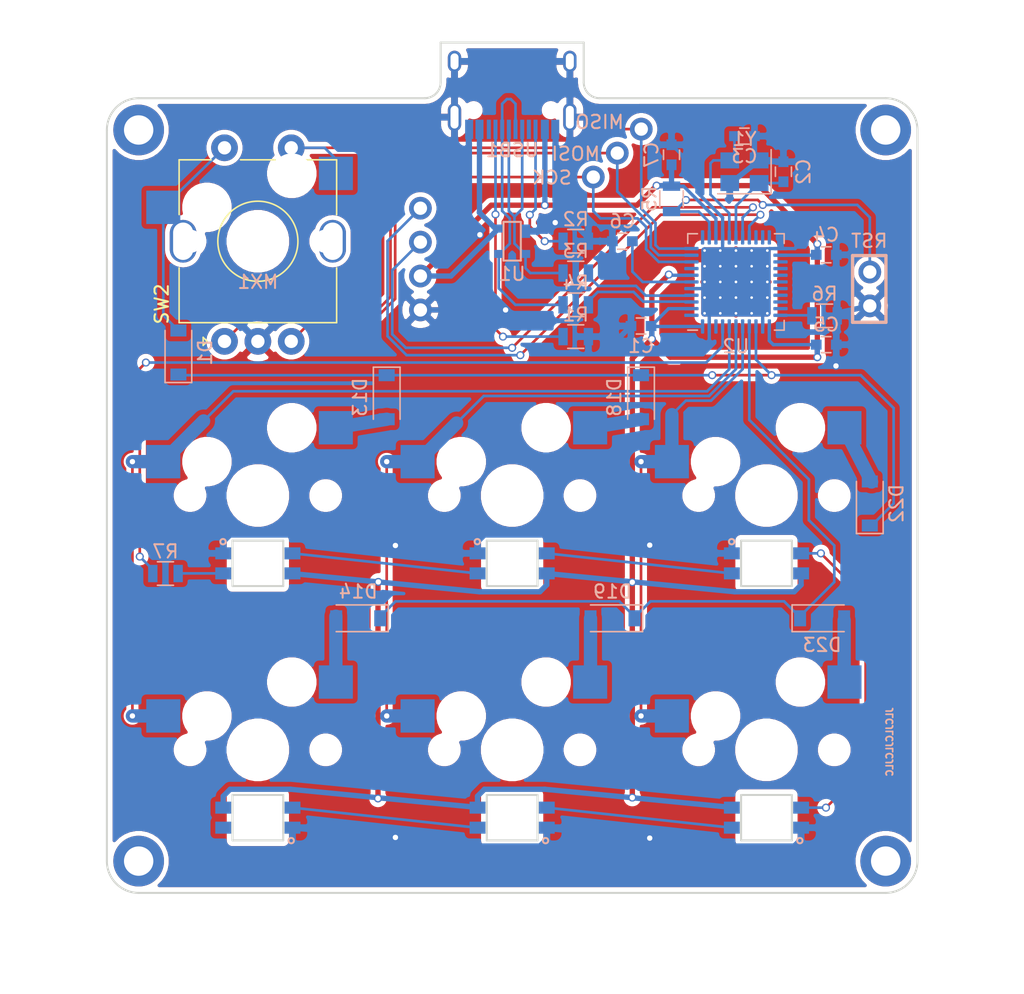
<source format=kicad_pcb>
(kicad_pcb (version 20171130) (host pcbnew "(5.1.10)-1")
  (layers (0 F.Cu signal) (31 B.Cu signal) (34 B.Paste user) (35 F.Paste user) (36 B.SilkS user) (37 F.SilkS user) (38 B.Mask user) (39 F.Mask user) (44 Edge.Cuts user))
  (net 0 "")
  (net 1 +5V)
  (net 2 GND)
  (net 3 "Net-(C2-Pad1)")
  (net 4 "Net-(C3-Pad1)")
  (net 5 "Net-(C6-Pad1)")
  (net 6 "Net-(D13-Pad2)")
  (net 7 "Net-(D14-Pad2)")
  (net 8 "Net-(D18-Pad2)")
  (net 9 "Net-(D19-Pad2)")
  (net 10 "Net-(D22-Pad2)")
  (net 11 "Net-(D23-Pad2)")
  (net 12 "Net-(R1-Pad2)")
  (net 13 "Net-(R2-Pad2)")
  (net 14 D+)
  (net 15 "Net-(R3-Pad2)")
  (net 16 D-)
  (net 17 "Net-(R4-Pad2)")
  (net 18 RST)
  (net 19 "Net-(R6-Pad2)")
  (net 20 "Net-(SK6812MiniE1-Pad2)")
  (net 21 "Net-(SK6812MiniE2-Pad2)")
  (net 22 "Net-(SK6812MiniE3-Pad2)")
  (net 23 "Net-(SK6812MiniE4-Pad2)")
  (net 24 "Net-(SK6812MiniE5-Pad2)")
  (net 25 "Net-(SK6812MiniE6-Pad2)")
  (net 26 ROW0)
  (net 27 ROW1)
  (net 28 COL0)
  (net 29 COL1)
  (net 30 COL2)
  (net 31 RGBLED)
  (net 32 SCL)
  (net 33 SDA)
  (net 34 "Net-(R7-Pad2)")
  (net 35 SCK)
  (net 36 MOSI)
  (net 37 MISO)
  (net 38 "Net-(U2-Pad1)")
  (net 39 "Net-(U2-Pad8)")
  (net 40 "Net-(U2-Pad12)")
  (net 41 "Net-(U2-Pad20)")
  (net 42 "Net-(U2-Pad21)")
  (net 43 "Net-(U2-Pad22)")
  (net 44 "Net-(U2-Pad25)")
  (net 45 "Net-(U2-Pad26)")
  (net 46 "Net-(U2-Pad27)")
  (net 47 "Net-(U2-Pad28)")
  (net 48 "Net-(U2-Pad29)")
  (net 49 "Net-(U2-Pad30)")
  (net 50 "Net-(U2-Pad31)")
  (net 51 "Net-(U2-Pad32)")
  (net 52 "Net-(U2-Pad42)")
  (net 53 "Net-(USB1-Pad9)")
  (net 54 "Net-(USB1-Pad3)")
  (net 55 S2)
  (module sanproject-keyboard-part:RotaryEncoder_Alps_EC11E-Switch_Vertical_H20mm_Center (layer F.Cu) (at 247.65104 95.2504 90)
    (fp_text reference SW2 (at -4.7 -7.2 270) (layer F.SilkS))
    (fp_text value Rotary_Encoder_Switch)
    (pad A thru_hole circle (at -7.5 -2.5 90) (size 2 2) (drill 1) (layers *.Cu *.Mask) (net 36 MOSI))
    (pad C thru_hole circle (at -7.5 0 90) (size 2 2) (drill 1) (layers *.Cu *.Mask) (net 2 GND))
    (pad B thru_hole circle (at -7.5 2.5 90) (size 2 2) (drill 1) (layers *.Cu *.Mask) (net 35 SCK))
    (pad MP thru_hole oval (at 0 -5.6 90) (size 3.2 2) (drill oval 2.8 1.5) (layers *.Cu *.Mask))
    (pad MP thru_hole oval (at 0 5.6 90) (size 3.2 2) (drill oval 2.8 1.5) (layers *.Cu *.Mask))
    (pad S2 thru_hole circle (at 7 -2.5 90) (size 2 2) (drill 1) (layers *.Cu *.Mask) (net 55 S2))
    (pad S1 thru_hole circle (at 7 2.5 90) (size 2 2) (drill 1) (layers *.Cu *.Mask) (net 37 MISO))
  )
  (module MX_Only_v3:MXOnly-1U-Hotswap (layer F.Cu) (at 247.65104 95.2504)
    (fp_text reference MX1)
    (fp_text value MX-NoLED)
    (fp_text user %R (at 0 3.048) (layer B.SilkS) (effects (justify mirror)))
    (pad 2 smd rect (at 5.842 -5.08) (size 2.55 2.5) (layers B.Cu B.Paste B.Mask) (net 37 MISO))
    (pad 1 smd rect (at -7.085 -2.54) (size 2.55 2.5) (layers B.Cu B.Paste B.Mask) (net 55 S2))
    (pad "" np_thru_hole circle (at 5.08 0 48.0996) (size 1.75 1.75) (drill 1.75) (layers *.Cu *.Mask))
    (pad "" np_thru_hole circle (at -5.08 0 48.0996) (size 1.75 1.75) (drill 1.75) (layers *.Cu *.Mask))
    (pad "" np_thru_hole circle (at -3.81 -2.54) (size 3 3) (drill 3) (layers *.Cu *.Mask))
    (pad "" np_thru_hole circle (at 0 0) (size 3.9878 3.9878) (drill 3.9878) (layers *.Cu *.Mask))
    (pad "" np_thru_hole circle (at 2.54 -5.08) (size 3 3) (drill 3) (layers *.Cu *.Mask))
  )
  (module sanproject-keyboard-part:D_SOD-123 (layer B.Cu) (at 241.69789 103.58481 90)
    (fp_text reference D1 (at 0 2 90) (layer B.SilkS) (effects (justify mirror)))
    (fp_text value D)
    (pad 1 smd rect (at -1.65 0 90) (size 0.9 1.2) (layers B.Cu B.Paste B.Mask) (net 26 ROW0))
    (pad 2 smd rect (at 1.65 0 90) (size 0.9 1.2) (layers B.Cu B.Paste B.Mask) (net 55 S2))
  )
  (module sanproject-keyboard-part:0.91_SSD1306_OLED (layer B.Cu) (at 278.60625 88.10625)
    (fp_text reference U3 hide)
    (fp_text value STF202-22T1G)
    (pad 1 thru_hole circle (at -18.78 12.29) (size 1.7 1.7) (drill 1) (layers *.Cu *.Mask) (net 2 GND))
    (pad 4 thru_hole oval (at -18.78 4.67) (size 1.7 1.7) (drill 1) (layers *.Cu *.Mask) (net 33 SDA))
    (pad 2 thru_hole oval (at -18.78 9.75) (size 1.7 1.7) (drill 1) (layers *.Cu *.Mask) (net 1 +5V))
    (pad 3 thru_hole oval (at -18.78 7.21) (size 1.7 1.7) (drill 1) (layers *.Cu *.Mask) (net 32 SCL))
  )
  (module sanproject-keyboard-part:Reset_Pretty (layer B.Cu) (at 274.574 88.646 315)
    (fp_text reference U4)
    (fp_text value STF202-22T1G)
    (fp_text user MISO (at -2.580756 -0.70775) (layer B.SilkS) (effects (justify mirror)))
    (fp_text user SCK (at -2.159805 4.764616) (layer B.SilkS) (effects (justify mirror)))
    (fp_text user MOSI (at -2.159805 2.238909) (layer B.SilkS) (effects (justify mirror)))
    (pad 3 thru_hole circle (at 0 0 135) (size 1.7 1.7) (drill 1) (layers *.Cu *.Mask) (net 36 MOSI))
    (pad 2 thru_hole circle (at 0 2.54 315) (size 1.7 1.7) (drill 1) (layers *.Cu *.Mask) (net 35 SCK))
    (pad 1 thru_hole circle (at 0 -2.54 315) (size 1.7 1.7) (drill 1) (layers *.Cu *.Mask) (net 37 MISO))
  )
  (module MountingHole:MountingHole_2.2mm_M2_DIN965_Pad (layer F.Cu) (at 238.720513 86.915698)
    (fp_text reference LOGO5)
    (fp_text value Logo_Open_Hardware_Large)
    (pad 1 thru_hole circle (at 0 0) (size 3.8 3.8) (drill 2.2) (layers *.Cu *.Mask))
  )
  (module MountingHole:MountingHole_2.2mm_M2_DIN965_Pad (layer F.Cu) (at 294.679935 141.684494)
    (fp_text reference LOGO4)
    (fp_text value Logo_Open_Hardware_Large)
    (pad 1 thru_hole circle (at 0 0) (size 3.8 3.8) (drill 2.2) (layers *.Cu *.Mask))
  )
  (module MountingHole:MountingHole_2.2mm_M2_DIN965_Pad (layer F.Cu) (at 294.679935 86.915698)
    (fp_text reference LOGO3)
    (fp_text value Logo_Open_Hardware_Large)
    (pad 1 thru_hole circle (at 0 0) (size 3.8 3.8) (drill 2.2) (layers *.Cu *.Mask))
  )
  (module MountingHole:MountingHole_2.2mm_M2_DIN965_Pad (layer F.Cu) (at 238.720513 141.684494)
    (fp_text reference LOGO2)
    (fp_text value Logo_Open_Hardware_Large)
    (pad 1 thru_hole circle (at 0 0) (size 3.8 3.8) (drill 2.2) (layers *.Cu *.Mask))
  )
  (module sanproject-keyboard-part:Reset_Pretty (layer B.Cu) (at 293.490295 98.82229 270)
    (fp_text reference U5)
    (fp_text value STF202-22T1G)
    (fp_text user RST (at -3.5962 0.0376) (layer B.SilkS) (effects (justify mirror)))
    (pad 6 thru_hole circle (at 1.27 0 270) (size 1.7 1.7) (drill 1) (layers *.Cu *.Mask) (net 2 GND))
    (pad 5 thru_hole circle (at -1.27 0 270) (size 1.7 1.7) (drill 1) (layers *.Cu *.Mask) (net 18 RST))
  )
  (module sanproject-keyboard-part:R_0805 (layer B.Cu) (at 240.7285 120.142 180)
    (fp_text reference R7 (at 0 1.65) (layer B.SilkS) (effects (justify mirror)))
    (fp_text value R)
    (pad 1 smd rect (at -0.95 0 180) (size 0.7 1.3) (layers B.Cu B.Paste B.Mask) (net 31 RGBLED))
    (pad 2 smd rect (at 0.95 0 180) (size 0.7 1.3) (layers B.Cu B.Paste B.Mask) (net 34 "Net-(R7-Pad2)"))
  )
  (module sanproject-keyboard-part:RGB-6028 (layer B.Cu) (at 247.65 133.35 180)
    (fp_text reference SK6812MiniE6)
    (fp_text value WS2812B)
    (fp_line (start -1.9 -3.38) (end -1.9 -6.78) (layer Edge.Cuts) (width 0.15))
    (fp_line (start 1.9 -6.78) (end -1.9 -6.78) (layer Edge.Cuts) (width 0.15))
    (fp_line (start 1.9 -3.38) (end 1.9 -6.78) (layer Edge.Cuts) (width 0.15))
    (fp_line (start 1.9 -3.38) (end -1.9 -3.38) (layer Edge.Cuts) (width 0.15))
    (pad 1 smd rect (at 2.595 -4.33 180) (size 1.19 0.9) (layers B.Cu B.Paste B.Mask) (net 1 +5V))
    (pad 3 smd rect (at -2.595 -5.83 180) (size 1.19 0.9) (layers B.Cu B.Paste B.Mask) (net 2 GND))
    (pad 4 smd rect (at -2.595 -4.33 180) (size 1.19 0.9) (layers B.Cu B.Paste B.Mask) (net 24 "Net-(SK6812MiniE5-Pad2)"))
    (pad 2 smd rect (at 2.595 -5.83 180) (size 1.19 0.9) (layers B.Cu B.Paste B.Mask) (net 25 "Net-(SK6812MiniE6-Pad2)"))
  )
  (module sanproject-keyboard-part:RGB-6028 (layer B.Cu) (at 266.7 133.35 180)
    (fp_text reference SK6812MiniE5)
    (fp_text value WS2812B)
    (fp_line (start -1.9 -3.38) (end -1.9 -6.78) (layer Edge.Cuts) (width 0.15))
    (fp_line (start 1.9 -6.78) (end -1.9 -6.78) (layer Edge.Cuts) (width 0.15))
    (fp_line (start 1.9 -3.38) (end 1.9 -6.78) (layer Edge.Cuts) (width 0.15))
    (fp_line (start 1.9 -3.38) (end -1.9 -3.38) (layer Edge.Cuts) (width 0.15))
    (pad 1 smd rect (at 2.595 -4.33 180) (size 1.19 0.9) (layers B.Cu B.Paste B.Mask) (net 1 +5V))
    (pad 3 smd rect (at -2.595 -5.83 180) (size 1.19 0.9) (layers B.Cu B.Paste B.Mask) (net 2 GND))
    (pad 4 smd rect (at -2.595 -4.33 180) (size 1.19 0.9) (layers B.Cu B.Paste B.Mask) (net 23 "Net-(SK6812MiniE4-Pad2)"))
    (pad 2 smd rect (at 2.595 -5.83 180) (size 1.19 0.9) (layers B.Cu B.Paste B.Mask) (net 24 "Net-(SK6812MiniE5-Pad2)"))
  )
  (module sanproject-keyboard-part:RGB-6028 (layer B.Cu) (at 285.75 133.35 180)
    (fp_text reference SK6812MiniE4)
    (fp_text value WS2812B)
    (fp_line (start 1.9 -3.38) (end -1.9 -3.38) (layer Edge.Cuts) (width 0.15))
    (fp_line (start 1.9 -3.38) (end 1.9 -6.78) (layer Edge.Cuts) (width 0.15))
    (fp_line (start 1.9 -6.78) (end -1.9 -6.78) (layer Edge.Cuts) (width 0.15))
    (fp_line (start -1.9 -3.38) (end -1.9 -6.78) (layer Edge.Cuts) (width 0.15))
    (pad 2 smd rect (at 2.595 -5.83 180) (size 1.19 0.9) (layers B.Cu B.Paste B.Mask) (net 23 "Net-(SK6812MiniE4-Pad2)"))
    (pad 4 smd rect (at -2.595 -4.33 180) (size 1.19 0.9) (layers B.Cu B.Paste B.Mask) (net 22 "Net-(SK6812MiniE3-Pad2)"))
    (pad 3 smd rect (at -2.595 -5.83 180) (size 1.19 0.9) (layers B.Cu B.Paste B.Mask) (net 2 GND))
    (pad 1 smd rect (at 2.595 -4.33 180) (size 1.19 0.9) (layers B.Cu B.Paste B.Mask) (net 1 +5V))
  )
  (module MX_Only_v3:MXOnly-1U-Hotswap (layer F.Cu) (at 285.75 133.35)
    (fp_text reference MX25)
    (fp_text value MX-NoLED)
    (pad 2 smd rect (at 5.842 -5.08) (size 2.55 2.5) (layers B.Cu B.Paste B.Mask) (net 11 "Net-(D23-Pad2)"))
    (pad 1 smd rect (at -7.085 -2.54) (size 2.55 2.5) (layers B.Cu B.Paste B.Mask) (net 30 COL2))
    (pad "" np_thru_hole circle (at 5.08 0 48.0996) (size 1.75 1.75) (drill 1.75) (layers *.Cu *.Mask))
    (pad "" np_thru_hole circle (at -5.08 0 48.0996) (size 1.75 1.75) (drill 1.75) (layers *.Cu *.Mask))
    (pad "" np_thru_hole circle (at -3.81 -2.54) (size 3 3) (drill 3) (layers *.Cu *.Mask))
    (pad "" np_thru_hole circle (at 0 0) (size 3.9878 3.9878) (drill 3.9878) (layers *.Cu *.Mask))
    (pad "" np_thru_hole circle (at 2.54 -5.08) (size 3 3) (drill 3) (layers *.Cu *.Mask))
  )
  (module MX_Only_v3:MXOnly-1U-Hotswap (layer F.Cu) (at 285.75 114.3)
    (fp_text reference MX24)
    (fp_text value MX-NoLED)
    (pad 2 smd rect (at 5.842 -5.08) (size 2.55 2.5) (layers B.Cu B.Paste B.Mask) (net 10 "Net-(D22-Pad2)"))
    (pad 1 smd rect (at -7.085 -2.54) (size 2.55 2.5) (layers B.Cu B.Paste B.Mask) (net 30 COL2))
    (pad "" np_thru_hole circle (at 5.08 0 48.0996) (size 1.75 1.75) (drill 1.75) (layers *.Cu *.Mask))
    (pad "" np_thru_hole circle (at -5.08 0 48.0996) (size 1.75 1.75) (drill 1.75) (layers *.Cu *.Mask))
    (pad "" np_thru_hole circle (at -3.81 -2.54) (size 3 3) (drill 3) (layers *.Cu *.Mask))
    (pad "" np_thru_hole circle (at 0 0) (size 3.9878 3.9878) (drill 3.9878) (layers *.Cu *.Mask))
    (pad "" np_thru_hole circle (at 2.54 -5.08) (size 3 3) (drill 3) (layers *.Cu *.Mask))
  )
  (module MX_Only_v3:MXOnly-1U-Hotswap (layer F.Cu) (at 266.7 133.35)
    (fp_text reference MX21)
    (fp_text value MX-NoLED)
    (pad "" np_thru_hole circle (at 2.54 -5.08) (size 3 3) (drill 3) (layers *.Cu *.Mask))
    (pad "" np_thru_hole circle (at 0 0) (size 3.9878 3.9878) (drill 3.9878) (layers *.Cu *.Mask))
    (pad "" np_thru_hole circle (at -3.81 -2.54) (size 3 3) (drill 3) (layers *.Cu *.Mask))
    (pad "" np_thru_hole circle (at -5.08 0 48.0996) (size 1.75 1.75) (drill 1.75) (layers *.Cu *.Mask))
    (pad "" np_thru_hole circle (at 5.08 0 48.0996) (size 1.75 1.75) (drill 1.75) (layers *.Cu *.Mask))
    (pad 1 smd rect (at -7.085 -2.54) (size 2.55 2.5) (layers B.Cu B.Paste B.Mask) (net 29 COL1))
    (pad 2 smd rect (at 5.842 -5.08) (size 2.55 2.5) (layers B.Cu B.Paste B.Mask) (net 9 "Net-(D19-Pad2)"))
  )
  (module MX_Only_v3:MXOnly-1U-Hotswap (layer F.Cu) (at 266.7 114.3)
    (fp_text reference MX20)
    (fp_text value MX-NoLED)
    (pad "" np_thru_hole circle (at 2.54 -5.08) (size 3 3) (drill 3) (layers *.Cu *.Mask))
    (pad "" np_thru_hole circle (at 0 0) (size 3.9878 3.9878) (drill 3.9878) (layers *.Cu *.Mask))
    (pad "" np_thru_hole circle (at -3.81 -2.54) (size 3 3) (drill 3) (layers *.Cu *.Mask))
    (pad "" np_thru_hole circle (at -5.08 0 48.0996) (size 1.75 1.75) (drill 1.75) (layers *.Cu *.Mask))
    (pad "" np_thru_hole circle (at 5.08 0 48.0996) (size 1.75 1.75) (drill 1.75) (layers *.Cu *.Mask))
    (pad 1 smd rect (at -7.085 -2.54) (size 2.55 2.5) (layers B.Cu B.Paste B.Mask) (net 29 COL1))
    (pad 2 smd rect (at 5.842 -5.08) (size 2.55 2.5) (layers B.Cu B.Paste B.Mask) (net 8 "Net-(D18-Pad2)"))
  )
  (module MX_Only_v3:MXOnly-1U-Hotswap (layer F.Cu) (at 247.65 133.35)
    (fp_text reference MX16)
    (fp_text value MX-NoLED)
    (pad "" np_thru_hole circle (at 2.54 -5.08) (size 3 3) (drill 3) (layers *.Cu *.Mask))
    (pad "" np_thru_hole circle (at 0 0) (size 3.9878 3.9878) (drill 3.9878) (layers *.Cu *.Mask))
    (pad "" np_thru_hole circle (at -3.81 -2.54) (size 3 3) (drill 3) (layers *.Cu *.Mask))
    (pad "" np_thru_hole circle (at -5.08 0 48.0996) (size 1.75 1.75) (drill 1.75) (layers *.Cu *.Mask))
    (pad "" np_thru_hole circle (at 5.08 0 48.0996) (size 1.75 1.75) (drill 1.75) (layers *.Cu *.Mask))
    (pad 1 smd rect (at -7.085 -2.54) (size 2.55 2.5) (layers B.Cu B.Paste B.Mask) (net 28 COL0))
    (pad 2 smd rect (at 5.842 -5.08) (size 2.55 2.5) (layers B.Cu B.Paste B.Mask) (net 7 "Net-(D14-Pad2)"))
  )
  (module MX_Only_v3:MXOnly-1U-Hotswap (layer F.Cu) (at 247.65 114.3)
    (fp_text reference MX15)
    (fp_text value MX-NoLED)
    (pad "" np_thru_hole circle (at 2.54 -5.08) (size 3 3) (drill 3) (layers *.Cu *.Mask))
    (pad "" np_thru_hole circle (at 0 0) (size 3.9878 3.9878) (drill 3.9878) (layers *.Cu *.Mask))
    (pad "" np_thru_hole circle (at -3.81 -2.54) (size 3 3) (drill 3) (layers *.Cu *.Mask))
    (pad "" np_thru_hole circle (at -5.08 0 48.0996) (size 1.75 1.75) (drill 1.75) (layers *.Cu *.Mask))
    (pad "" np_thru_hole circle (at 5.08 0 48.0996) (size 1.75 1.75) (drill 1.75) (layers *.Cu *.Mask))
    (pad 1 smd rect (at -7.085 -2.54) (size 2.55 2.5) (layers B.Cu B.Paste B.Mask) (net 28 COL0))
    (pad 2 smd rect (at 5.842 -5.08) (size 2.55 2.5) (layers B.Cu B.Paste B.Mask) (net 6 "Net-(D13-Pad2)"))
  )
  (module sanproject-keyboard-part:Crystal_SMD_3225-4Pin_3.2x2.5mm (layer B.Cu) (at 284.099 90.043 180)
    (fp_text reference Y1 (at 0 2.45 180) (layer B.SilkS) (effects (justify mirror)))
    (fp_text value 16Mhz)
    (pad 4 smd rect (at -1.1 0.85 180) (size 1.4 1.2) (layers B.Cu B.Paste B.Mask) (net 2 GND))
    (pad 3 smd rect (at 1.1 0.85 180) (size 1.4 1.2) (layers B.Cu B.Paste B.Mask) (net 4 "Net-(C3-Pad1)"))
    (pad 2 smd rect (at 1.1 -0.85 180) (size 1.4 1.2) (layers B.Cu B.Paste B.Mask) (net 2 GND))
    (pad 1 smd rect (at -1.1 -0.85 180) (size 1.4 1.2) (layers B.Cu B.Paste B.Mask) (net 3 "Net-(C2-Pad1)"))
  )
  (module sanproject-keyboard-part:HRO-TYPE-C-31-M-12-Assembly (layer B.Cu) (at 266.70112 79.176895)
    (fp_text reference USB1 (at 0 9.25 180) (layer B.SilkS) (effects (justify mirror)))
    (fp_text value HRO-TYPE-C-31-M-12)
    (pad 13 thru_hole oval (at 4.32 2.6) (size 1 1.6) (drill oval 0.6 1.2) (layers *.Cu *.Mask) (net 2 GND))
    (pad 13 thru_hole oval (at -4.32 2.6) (size 1 1.6) (drill oval 0.6 1.2) (layers *.Cu *.Mask) (net 2 GND))
    (pad 13 thru_hole oval (at 4.32 6.78) (size 1 2.1) (drill oval 0.6 1.7) (layers *.Cu *.Mask) (net 2 GND))
    (pad 13 thru_hole oval (at -4.32 6.78) (size 1 2.1) (drill oval 0.6 1.7) (layers *.Cu *.Mask) (net 2 GND))
    (pad "" np_thru_hole circle (at -2.89 6.25) (size 0.65 0.65) (drill 0.65) (layers *.Cu *.Mask))
    (pad "" np_thru_hole circle (at 2.89 6.25) (size 0.65 0.65) (drill 0.65) (layers *.Cu *.Mask))
    (pad 6 smd rect (at -0.25 7.695) (size 0.3 1.45) (layers B.Cu B.Paste B.Mask) (net 15 "Net-(R3-Pad2)"))
    (pad 7 smd rect (at 0.25 7.695) (size 0.3 1.45) (layers B.Cu B.Paste B.Mask) (net 17 "Net-(R4-Pad2)"))
    (pad 8 smd rect (at 0.75 7.695) (size 0.3 1.45) (layers B.Cu B.Paste B.Mask) (net 15 "Net-(R3-Pad2)"))
    (pad 5 smd rect (at -0.75 7.695) (size 0.3 1.45) (layers B.Cu B.Paste B.Mask) (net 17 "Net-(R4-Pad2)"))
    (pad 9 smd rect (at 1.25 7.695) (size 0.3 1.45) (layers B.Cu B.Paste B.Mask) (net 53 "Net-(USB1-Pad9)"))
    (pad 4 smd rect (at -1.25 7.695) (size 0.3 1.45) (layers B.Cu B.Paste B.Mask) (net 12 "Net-(R1-Pad2)"))
    (pad 10 smd rect (at 1.75 7.695) (size 0.3 1.45) (layers B.Cu B.Paste B.Mask) (net 13 "Net-(R2-Pad2)"))
    (pad 3 smd rect (at -1.75 7.695) (size 0.3 1.45) (layers B.Cu B.Paste B.Mask) (net 54 "Net-(USB1-Pad3)"))
    (pad 2 smd rect (at -2.45 7.695) (size 0.6 1.45) (layers B.Cu B.Paste B.Mask) (net 1 +5V))
    (pad 11 smd rect (at 2.45 7.695) (size 0.6 1.45) (layers B.Cu B.Paste B.Mask) (net 1 +5V))
    (pad 1 smd rect (at -3.225 7.695) (size 0.6 1.45) (layers B.Cu B.Paste B.Mask) (net 2 GND))
    (pad 12 smd rect (at 3.225 7.695) (size 0.6 1.45) (layers B.Cu B.Paste B.Mask) (net 2 GND))
  )
  (module Package_DFN_QFN:QFN-44-1EP_7x7mm_P0.5mm_EP5.2x5.2mm_ThermalVias (layer B.Cu) (at 283.464 98.298)
    (fp_text reference U2 (at 0 4.82) (layer B.SilkS) (effects (justify mirror)))
    (fp_text value ATmega32U4-MU)
    (pad 45 smd roundrect (at 0 0) (size 5.2 5.2) (layers B.Cu B.Mask) (roundrect_rratio 0.04807692307692308) (net 2 GND))
    (pad 45 thru_hole circle (at -2.35 2.35) (size 0.5 0.5) (drill 0.2) (layers *.Cu) (net 2 GND))
    (pad 45 thru_hole circle (at -1.175 2.35) (size 0.5 0.5) (drill 0.2) (layers *.Cu) (net 2 GND))
    (pad 45 thru_hole circle (at 0 2.35) (size 0.5 0.5) (drill 0.2) (layers *.Cu) (net 2 GND))
    (pad 45 thru_hole circle (at 1.175 2.35) (size 0.5 0.5) (drill 0.2) (layers *.Cu) (net 2 GND))
    (pad 45 thru_hole circle (at 2.35 2.35) (size 0.5 0.5) (drill 0.2) (layers *.Cu) (net 2 GND))
    (pad 45 thru_hole circle (at -2.35 1.175) (size 0.5 0.5) (drill 0.2) (layers *.Cu) (net 2 GND))
    (pad 45 thru_hole circle (at -1.175 1.175) (size 0.5 0.5) (drill 0.2) (layers *.Cu) (net 2 GND))
    (pad 45 thru_hole circle (at 0 1.175) (size 0.5 0.5) (drill 0.2) (layers *.Cu) (net 2 GND))
    (pad 45 thru_hole circle (at 1.175 1.175) (size 0.5 0.5) (drill 0.2) (layers *.Cu) (net 2 GND))
    (pad 45 thru_hole circle (at 2.35 1.175) (size 0.5 0.5) (drill 0.2) (layers *.Cu) (net 2 GND))
    (pad 45 thru_hole circle (at -2.35 0) (size 0.5 0.5) (drill 0.2) (layers *.Cu) (net 2 GND))
    (pad 45 thru_hole circle (at -1.175 0) (size 0.5 0.5) (drill 0.2) (layers *.Cu) (net 2 GND))
    (pad 45 thru_hole circle (at 0 0) (size 0.5 0.5) (drill 0.2) (layers *.Cu) (net 2 GND))
    (pad 45 thru_hole circle (at 1.175 0) (size 0.5 0.5) (drill 0.2) (layers *.Cu) (net 2 GND))
    (pad 45 thru_hole circle (at 2.35 0) (size 0.5 0.5) (drill 0.2) (layers *.Cu) (net 2 GND))
    (pad 45 thru_hole circle (at -2.35 -1.175) (size 0.5 0.5) (drill 0.2) (layers *.Cu) (net 2 GND))
    (pad 45 thru_hole circle (at -1.175 -1.175) (size 0.5 0.5) (drill 0.2) (layers *.Cu) (net 2 GND))
    (pad 45 thru_hole circle (at 0 -1.175) (size 0.5 0.5) (drill 0.2) (layers *.Cu) (net 2 GND))
    (pad 45 thru_hole circle (at 1.175 -1.175) (size 0.5 0.5) (drill 0.2) (layers *.Cu) (net 2 GND))
    (pad 45 thru_hole circle (at 2.35 -1.175) (size 0.5 0.5) (drill 0.2) (layers *.Cu) (net 2 GND))
    (pad 45 thru_hole circle (at -2.35 -2.35) (size 0.5 0.5) (drill 0.2) (layers *.Cu) (net 2 GND))
    (pad 45 thru_hole circle (at -1.175 -2.35) (size 0.5 0.5) (drill 0.2) (layers *.Cu) (net 2 GND))
    (pad 45 thru_hole circle (at 0 -2.35) (size 0.5 0.5) (drill 0.2) (layers *.Cu) (net 2 GND))
    (pad 45 thru_hole circle (at 1.175 -2.35) (size 0.5 0.5) (drill 0.2) (layers *.Cu) (net 2 GND))
    (pad 45 thru_hole circle (at 2.35 -2.35) (size 0.5 0.5) (drill 0.2) (layers *.Cu) (net 2 GND))
    (pad 45 smd roundrect (at 0 0) (size 5.2 5.2) (layers F.Cu) (roundrect_rratio 0.04807692307692308) (net 2 GND))
    (pad 1 smd roundrect (at -3.3375 2.5) (size 1.075 0.25) (layers B.Cu B.Paste B.Mask) (net 38 "Net-(U2-Pad1)"))
    (pad 2 smd roundrect (at -3.3375 2) (size 1.075 0.25) (layers B.Cu B.Paste B.Mask) (net 1 +5V))
    (pad 3 smd roundrect (at -3.3375 1.5) (size 1.075 0.25) (layers B.Cu B.Paste B.Mask) (net 16 D-))
    (pad 4 smd roundrect (at -3.3375 1) (size 1.075 0.25) (layers B.Cu B.Paste B.Mask) (net 14 D+))
    (pad 5 smd roundrect (at -3.3375 0.5) (size 1.075 0.25) (layers B.Cu B.Paste B.Mask) (net 2 GND))
    (pad 6 smd roundrect (at -3.3375 0) (size 1.075 0.25) (layers B.Cu B.Paste B.Mask) (net 5 "Net-(C6-Pad1)"))
    (pad 7 smd roundrect (at -3.3375 -0.5) (size 1.075 0.25) (layers B.Cu B.Paste B.Mask) (net 1 +5V))
    (pad 8 smd roundrect (at -3.3375 -1) (size 1.075 0.25) (layers B.Cu B.Paste B.Mask) (net 39 "Net-(U2-Pad8)"))
    (pad 9 smd roundrect (at -3.3375 -1.5) (size 1.075 0.25) (layers B.Cu B.Paste B.Mask) (net 35 SCK))
    (pad 10 smd roundrect (at -3.3375 -2) (size 1.075 0.25) (layers B.Cu B.Paste B.Mask) (net 36 MOSI))
    (pad 11 smd roundrect (at -3.3375 -2.5) (size 1.075 0.25) (layers B.Cu B.Paste B.Mask) (net 37 MISO))
    (pad 12 smd roundrect (at -2.5 -3.3375) (size 0.25 1.075) (layers B.Cu B.Paste B.Mask) (net 40 "Net-(U2-Pad12)"))
    (pad 13 smd roundrect (at -2 -3.3375) (size 0.25 1.075) (layers B.Cu B.Paste B.Mask) (net 18 RST))
    (pad 14 smd roundrect (at -1.5 -3.3375) (size 0.25 1.075) (layers B.Cu B.Paste B.Mask) (net 1 +5V))
    (pad 15 smd roundrect (at -1 -3.3375) (size 0.25 1.075) (layers B.Cu B.Paste B.Mask) (net 2 GND))
    (pad 16 smd roundrect (at -0.5 -3.3375) (size 0.25 1.075) (layers B.Cu B.Paste B.Mask) (net 4 "Net-(C3-Pad1)"))
    (pad 17 smd roundrect (at 0 -3.3375) (size 0.25 1.075) (layers B.Cu B.Paste B.Mask) (net 3 "Net-(C2-Pad1)"))
    (pad 18 smd roundrect (at 0.5 -3.3375) (size 0.25 1.075) (layers B.Cu B.Paste B.Mask) (net 32 SCL))
    (pad 19 smd roundrect (at 1 -3.3375) (size 0.25 1.075) (layers B.Cu B.Paste B.Mask) (net 33 SDA))
    (pad 20 smd roundrect (at 1.5 -3.3375) (size 0.25 1.075) (layers B.Cu B.Paste B.Mask) (net 41 "Net-(U2-Pad20)"))
    (pad 21 smd roundrect (at 2 -3.3375) (size 0.25 1.075) (layers B.Cu B.Paste B.Mask) (net 42 "Net-(U2-Pad21)"))
    (pad 22 smd roundrect (at 2.5 -3.3375) (size 0.25 1.075) (layers B.Cu B.Paste B.Mask) (net 43 "Net-(U2-Pad22)"))
    (pad 23 smd roundrect (at 3.3375 -2.5) (size 1.075 0.25) (layers B.Cu B.Paste B.Mask) (net 2 GND))
    (pad 24 smd roundrect (at 3.3375 -2) (size 1.075 0.25) (layers B.Cu B.Paste B.Mask) (net 1 +5V))
    (pad 25 smd roundrect (at 3.3375 -1.5) (size 1.075 0.25) (layers B.Cu B.Paste B.Mask) (net 44 "Net-(U2-Pad25)"))
    (pad 26 smd roundrect (at 3.3375 -1) (size 1.075 0.25) (layers B.Cu B.Paste B.Mask) (net 45 "Net-(U2-Pad26)"))
    (pad 27 smd roundrect (at 3.3375 -0.5) (size 1.075 0.25) (layers B.Cu B.Paste B.Mask) (net 46 "Net-(U2-Pad27)"))
    (pad 28 smd roundrect (at 3.3375 0) (size 1.075 0.25) (layers B.Cu B.Paste B.Mask) (net 47 "Net-(U2-Pad28)"))
    (pad 29 smd roundrect (at 3.3375 0.5) (size 1.075 0.25) (layers B.Cu B.Paste B.Mask) (net 48 "Net-(U2-Pad29)"))
    (pad 30 smd roundrect (at 3.3375 1) (size 1.075 0.25) (layers B.Cu B.Paste B.Mask) (net 49 "Net-(U2-Pad30)"))
    (pad 31 smd roundrect (at 3.3375 1.5) (size 1.075 0.25) (layers B.Cu B.Paste B.Mask) (net 50 "Net-(U2-Pad31)"))
    (pad 32 smd roundrect (at 3.3375 2) (size 1.075 0.25) (layers B.Cu B.Paste B.Mask) (net 51 "Net-(U2-Pad32)"))
    (pad 33 smd roundrect (at 3.3375 2.5) (size 1.075 0.25) (layers B.Cu B.Paste B.Mask) (net 19 "Net-(R6-Pad2)"))
    (pad 34 smd roundrect (at 2.5 3.3375) (size 0.25 1.075) (layers B.Cu B.Paste B.Mask) (net 1 +5V))
    (pad 35 smd roundrect (at 2 3.3375) (size 0.25 1.075) (layers B.Cu B.Paste B.Mask) (net 2 GND))
    (pad 36 smd roundrect (at 1.5 3.3375) (size 0.25 1.075) (layers B.Cu B.Paste B.Mask) (net 26 ROW0))
    (pad 37 smd roundrect (at 1 3.3375) (size 0.25 1.075) (layers B.Cu B.Paste B.Mask) (net 27 ROW1))
    (pad 38 smd roundrect (at 0.5 3.3375) (size 0.25 1.075) (layers B.Cu B.Paste B.Mask) (net 30 COL2))
    (pad 39 smd roundrect (at 0 3.3375) (size 0.25 1.075) (layers B.Cu B.Paste B.Mask) (net 29 COL1))
    (pad 40 smd roundrect (at -0.5 3.3375) (size 0.25 1.075) (layers B.Cu B.Paste B.Mask) (net 28 COL0))
    (pad 41 smd roundrect (at -1 3.3375) (size 0.25 1.075) (layers B.Cu B.Paste B.Mask) (net 34 "Net-(R7-Pad2)"))
    (pad 42 smd roundrect (at -1.5 3.3375) (size 0.25 1.075) (layers B.Cu B.Paste B.Mask) (net 52 "Net-(U2-Pad42)"))
    (pad 43 smd roundrect (at -2 3.3375) (size 0.25 1.075) (layers B.Cu B.Paste B.Mask) (net 2 GND))
    (pad 44 smd roundrect (at -2.5 3.3375) (size 0.25 1.075) (layers B.Cu B.Paste B.Mask) (net 1 +5V))
  )
  (module sanproject-keyboard-part:SOT143B (layer B.Cu) (at 266.7 95.25 180)
    (fp_text reference U1 (at 0 -2.45) (layer B.SilkS) (effects (justify mirror)))
    (fp_text value PRTR5V0U2X)
    (pad 1 smd rect (at -1 0.75 270) (size 1 0.7) (layers B.Cu B.Paste B.Mask) (net 2 GND))
    (pad 4 smd rect (at 1 0.95 270) (size 0.6 0.7) (layers B.Cu B.Paste B.Mask) (net 1 +5V))
    (pad 2 smd rect (at -1 -0.95 270) (size 0.6 0.7) (layers B.Cu B.Paste B.Mask) (net 15 "Net-(R3-Pad2)"))
    (pad 3 smd rect (at 1 -0.95 270) (size 0.6 0.7) (layers B.Cu B.Paste B.Mask) (net 17 "Net-(R4-Pad2)"))
  )
  (module sanproject-keyboard-part:RGB-6028_FLIPPED (layer B.Cu) (at 285.75 114.3 180)
    (fp_text reference SK6812MiniE3)
    (fp_text value WS2812B)
    (fp_line (start -1.9 -3.38) (end -1.9 -6.78) (layer Edge.Cuts) (width 0.15))
    (fp_line (start 1.9 -6.78) (end -1.9 -6.78) (layer Edge.Cuts) (width 0.15))
    (fp_line (start 1.9 -3.38) (end 1.9 -6.78) (layer Edge.Cuts) (width 0.15))
    (fp_line (start 1.9 -3.38) (end -1.9 -3.38) (layer Edge.Cuts) (width 0.15))
    (pad 3 smd rect (at 2.595 -4.33 180) (size 1.19 0.9) (layers B.Cu B.Paste B.Mask) (net 2 GND))
    (pad 1 smd rect (at -2.595 -5.83 180) (size 1.19 0.9) (layers B.Cu B.Paste B.Mask) (net 1 +5V))
    (pad 2 smd rect (at -2.595 -4.33 180) (size 1.19 0.9) (layers B.Cu B.Paste B.Mask) (net 22 "Net-(SK6812MiniE3-Pad2)"))
    (pad 4 smd rect (at 2.595 -5.83 180) (size 1.19 0.9) (layers B.Cu B.Paste B.Mask) (net 21 "Net-(SK6812MiniE2-Pad2)"))
  )
  (module sanproject-keyboard-part:RGB-6028_FLIPPED (layer B.Cu) (at 266.7 114.3 180)
    (fp_text reference SK6812MiniE2)
    (fp_text value WS2812B)
    (fp_line (start -1.9 -3.38) (end -1.9 -6.78) (layer Edge.Cuts) (width 0.15))
    (fp_line (start 1.9 -6.78) (end -1.9 -6.78) (layer Edge.Cuts) (width 0.15))
    (fp_line (start 1.9 -3.38) (end 1.9 -6.78) (layer Edge.Cuts) (width 0.15))
    (fp_line (start 1.9 -3.38) (end -1.9 -3.38) (layer Edge.Cuts) (width 0.15))
    (pad 3 smd rect (at 2.595 -4.33 180) (size 1.19 0.9) (layers B.Cu B.Paste B.Mask) (net 2 GND))
    (pad 1 smd rect (at -2.595 -5.83 180) (size 1.19 0.9) (layers B.Cu B.Paste B.Mask) (net 1 +5V))
    (pad 2 smd rect (at -2.595 -4.33 180) (size 1.19 0.9) (layers B.Cu B.Paste B.Mask) (net 21 "Net-(SK6812MiniE2-Pad2)"))
    (pad 4 smd rect (at 2.595 -5.83 180) (size 1.19 0.9) (layers B.Cu B.Paste B.Mask) (net 20 "Net-(SK6812MiniE1-Pad2)"))
  )
  (module sanproject-keyboard-part:RGB-6028_FLIPPED (layer B.Cu) (at 247.65 114.3 180)
    (fp_text reference SK6812MiniE1)
    (fp_text value WS2812B)
    (fp_line (start -1.9 -3.38) (end -1.9 -6.78) (layer Edge.Cuts) (width 0.15))
    (fp_line (start 1.9 -6.78) (end -1.9 -6.78) (layer Edge.Cuts) (width 0.15))
    (fp_line (start 1.9 -3.38) (end 1.9 -6.78) (layer Edge.Cuts) (width 0.15))
    (fp_line (start 1.9 -3.38) (end -1.9 -3.38) (layer Edge.Cuts) (width 0.15))
    (pad 3 smd rect (at 2.595 -4.33 180) (size 1.19 0.9) (layers B.Cu B.Paste B.Mask) (net 2 GND))
    (pad 1 smd rect (at -2.595 -5.83 180) (size 1.19 0.9) (layers B.Cu B.Paste B.Mask) (net 1 +5V))
    (pad 2 smd rect (at -2.595 -4.33 180) (size 1.19 0.9) (layers B.Cu B.Paste B.Mask) (net 20 "Net-(SK6812MiniE1-Pad2)"))
    (pad 4 smd rect (at 2.595 -5.83 180) (size 1.19 0.9) (layers B.Cu B.Paste B.Mask) (net 31 RGBLED))
  )
  (module sanproject-keyboard-part:R_0805 (layer B.Cu) (at 290.1 100.838 180)
    (fp_text reference R6 (at 0 1.65) (layer B.SilkS) (effects (justify mirror)))
    (fp_text value 1k)
    (pad 1 smd rect (at -0.95 0 180) (size 0.7 1.3) (layers B.Cu B.Paste B.Mask) (net 2 GND))
    (pad 2 smd rect (at 0.95 0 180) (size 0.7 1.3) (layers B.Cu B.Paste B.Mask) (net 19 "Net-(R6-Pad2)"))
  )
  (module sanproject-keyboard-part:R_0805 (layer B.Cu) (at 278.638 92.075 270)
    (fp_text reference R5 (at 0 1.65 90) (layer B.SilkS) (effects (justify mirror)))
    (fp_text value 10k)
    (pad 1 smd rect (at -0.95 0 270) (size 0.7 1.3) (layers B.Cu B.Paste B.Mask) (net 1 +5V))
    (pad 2 smd rect (at 0.95 0 270) (size 0.7 1.3) (layers B.Cu B.Paste B.Mask) (net 18 RST))
  )
  (module sanproject-keyboard-part:R_0805 (layer B.Cu) (at 271.4625 100.0125 180)
    (fp_text reference R4 (at 0 1.65) (layer B.SilkS) (effects (justify mirror)))
    (fp_text value 22)
    (pad 2 smd rect (at 0.95 0 180) (size 0.7 1.3) (layers B.Cu B.Paste B.Mask) (net 17 "Net-(R4-Pad2)"))
    (pad 1 smd rect (at -0.95 0 180) (size 0.7 1.3) (layers B.Cu B.Paste B.Mask) (net 16 D-))
  )
  (module sanproject-keyboard-part:R_0805 (layer B.Cu) (at 271.4625 97.63125 180)
    (fp_text reference R3 (at 0 1.65) (layer B.SilkS) (effects (justify mirror)))
    (fp_text value 22)
    (pad 1 smd rect (at -0.95 0 180) (size 0.7 1.3) (layers B.Cu B.Paste B.Mask) (net 14 D+))
    (pad 2 smd rect (at 0.95 0 180) (size 0.7 1.3) (layers B.Cu B.Paste B.Mask) (net 15 "Net-(R3-Pad2)"))
  )
  (module sanproject-keyboard-part:R_0805 (layer B.Cu) (at 271.4625 95.25 180)
    (fp_text reference R2 (at 0 1.65) (layer B.SilkS) (effects (justify mirror)))
    (fp_text value 5.1k)
    (pad 1 smd rect (at -0.95 0 180) (size 0.7 1.3) (layers B.Cu B.Paste B.Mask) (net 2 GND))
    (pad 2 smd rect (at 0.95 0 180) (size 0.7 1.3) (layers B.Cu B.Paste B.Mask) (net 13 "Net-(R2-Pad2)"))
  )
  (module sanproject-keyboard-part:R_0805 (layer B.Cu) (at 271.4625 102.39375 180)
    (fp_text reference R1 (at 0 1.65 180) (layer B.SilkS) (effects (justify mirror)))
    (fp_text value 5.1k)
    (pad 1 smd rect (at -0.95 0 180) (size 0.7 1.3) (layers B.Cu B.Paste B.Mask) (net 2 GND))
    (pad 2 smd rect (at 0.95 0 180) (size 0.7 1.3) (layers B.Cu B.Paste B.Mask) (net 12 "Net-(R1-Pad2)"))
  )
  (module sanproject-keyboard-part:D_SOD-123 (layer B.Cu) (at 289.9184 123.4948)
    (fp_text reference D23 (at 0 2) (layer B.SilkS) (effects (justify mirror)))
    (fp_text value D)
    (pad 1 smd rect (at -1.65 0) (size 0.9 1.2) (layers B.Cu B.Paste B.Mask) (net 27 ROW1))
    (pad 2 smd rect (at 1.65 0) (size 0.9 1.2) (layers B.Cu B.Paste B.Mask) (net 11 "Net-(D23-Pad2)"))
  )
  (module sanproject-keyboard-part:D_SOD-123 (layer B.Cu) (at 293.490295 114.895795 90)
    (fp_text reference D22 (at 0 2 90) (layer B.SilkS) (effects (justify mirror)))
    (fp_text value D)
    (pad 1 smd rect (at -1.65 0 90) (size 0.9 1.2) (layers B.Cu B.Paste B.Mask) (net 26 ROW0))
    (pad 2 smd rect (at 1.65 0 90) (size 0.9 1.2) (layers B.Cu B.Paste B.Mask) (net 10 "Net-(D22-Pad2)"))
  )
  (module sanproject-keyboard-part:D_SOD-123 (layer B.Cu) (at 274.2184 123.4948 180)
    (fp_text reference D19 (at 0 2) (layer B.SilkS) (effects (justify mirror)))
    (fp_text value D)
    (pad 1 smd rect (at -1.65 0 180) (size 0.9 1.2) (layers B.Cu B.Paste B.Mask) (net 27 ROW1))
    (pad 2 smd rect (at 1.65 0 180) (size 0.9 1.2) (layers B.Cu B.Paste B.Mask) (net 9 "Net-(D19-Pad2)"))
  )
  (module sanproject-keyboard-part:D_SOD-123 (layer B.Cu) (at 276.352 106.934 270)
    (fp_text reference D18 (at 0 2 90) (layer B.SilkS) (effects (justify mirror)))
    (fp_text value D)
    (pad 1 smd rect (at -1.65 0 270) (size 0.9 1.2) (layers B.Cu B.Paste B.Mask) (net 26 ROW0))
    (pad 2 smd rect (at 1.65 0 270) (size 0.9 1.2) (layers B.Cu B.Paste B.Mask) (net 8 "Net-(D18-Pad2)"))
  )
  (module sanproject-keyboard-part:D_SOD-123 (layer B.Cu) (at 255.1684 123.4948 180)
    (fp_text reference D14 (at 0 2) (layer B.SilkS) (effects (justify mirror)))
    (fp_text value D)
    (pad 1 smd rect (at -1.65 0 180) (size 0.9 1.2) (layers B.Cu B.Paste B.Mask) (net 27 ROW1))
    (pad 2 smd rect (at 1.65 0 180) (size 0.9 1.2) (layers B.Cu B.Paste B.Mask) (net 7 "Net-(D14-Pad2)"))
  )
  (module sanproject-keyboard-part:D_SOD-123 (layer B.Cu) (at 257.302 106.934 270)
    (fp_text reference D13 (at 0 2 90) (layer B.SilkS) (effects (justify mirror)))
    (fp_text value D)
    (pad 1 smd rect (at -1.65 0 270) (size 0.9 1.2) (layers B.Cu B.Paste B.Mask) (net 26 ROW0))
    (pad 2 smd rect (at 1.65 0 270) (size 0.9 1.2) (layers B.Cu B.Paste B.Mask) (net 6 "Net-(D13-Pad2)"))
  )
  (module sanproject-keyboard-part:C_0603 (layer B.Cu) (at 278.638 88.773 270)
    (fp_text reference C7 (at 0 1.5 90) (layer B.SilkS) (effects (justify mirror)))
    (fp_text value 0.1uF)
    (pad 2 smd rect (at 0.75 0 270) (size 0.8 0.75) (layers B.Cu B.Paste B.Mask) (net 1 +5V))
    (pad 1 smd rect (at -0.75 0 270) (size 0.8 0.75) (layers B.Cu B.Paste B.Mask) (net 2 GND))
  )
  (module sanproject-keyboard-part:C_0603 (layer B.Cu) (at 274.955 95.25 180)
    (fp_text reference C6 (at 0 1.5) (layer B.SilkS) (effects (justify mirror)))
    (fp_text value 1uF)
    (pad 2 smd rect (at 0.75 0 180) (size 0.8 0.75) (layers B.Cu B.Paste B.Mask) (net 2 GND))
    (pad 1 smd rect (at -0.75 0 180) (size 0.8 0.75) (layers B.Cu B.Paste B.Mask) (net 5 "Net-(C6-Pad1)"))
  )
  (module sanproject-keyboard-part:C_0603 (layer B.Cu) (at 290.227 102.997 180)
    (fp_text reference C5 (at 0 1.5) (layer B.SilkS) (effects (justify mirror)))
    (fp_text value 0.1uF)
    (pad 2 smd rect (at 0.75 0 180) (size 0.8 0.75) (layers B.Cu B.Paste B.Mask) (net 1 +5V))
    (pad 1 smd rect (at -0.75 0 180) (size 0.8 0.75) (layers B.Cu B.Paste B.Mask) (net 2 GND))
  )
  (module sanproject-keyboard-part:C_0603 (layer B.Cu) (at 290.227 96.266 180)
    (fp_text reference C4 (at 0 1.5) (layer B.SilkS) (effects (justify mirror)))
    (fp_text value 0.1uF)
    (pad 2 smd rect (at 0.75 0 180) (size 0.8 0.75) (layers B.Cu B.Paste B.Mask) (net 1 +5V))
    (pad 1 smd rect (at -0.75 0 180) (size 0.8 0.75) (layers B.Cu B.Paste B.Mask) (net 2 GND))
  )
  (module sanproject-keyboard-part:C_0603 (layer B.Cu) (at 284.099 87.376)
    (fp_text reference C3 (at 0 1.5) (layer B.SilkS) (effects (justify mirror)))
    (fp_text value 22pF)
    (pad 1 smd rect (at -0.75 0) (size 0.8 0.75) (layers B.Cu B.Paste B.Mask) (net 4 "Net-(C3-Pad1)"))
    (pad 2 smd rect (at 0.75 0) (size 0.8 0.75) (layers B.Cu B.Paste B.Mask) (net 2 GND))
  )
  (module sanproject-keyboard-part:C_0603 (layer B.Cu) (at 287.02 90.043 90)
    (fp_text reference C2 (at 0 1.5 90) (layer B.SilkS) (effects (justify mirror)))
    (fp_text value 22pF)
    (pad 2 smd rect (at 0.75 0 90) (size 0.8 0.75) (layers B.Cu B.Paste B.Mask) (net 2 GND))
    (pad 1 smd rect (at -0.75 0 90) (size 0.8 0.75) (layers B.Cu B.Paste B.Mask) (net 3 "Net-(C2-Pad1)"))
  )
  (module sanproject-keyboard-part:C_0603 (layer B.Cu) (at 276.352 101.6)
    (fp_text reference C1 (at 0 1.5) (layer B.SilkS) (effects (justify mirror)))
    (fp_text value 10uF)
    (pad 2 smd rect (at 0.75 0) (size 0.8 0.75) (layers B.Cu B.Paste B.Mask) (net 1 +5V))
    (pad 1 smd rect (at -0.75 0) (size 0.8 0.75) (layers B.Cu B.Paste B.Mask) (net 2 GND))
  )
  (gr_text JLCJLCJLCJLC (at 294.978087 132.755022 90) (layer B.SilkS) (effects (font (size 0.5 0.5) (thickness 0.125)) (justify mirror)))
  (gr_line (start 273.249585 84.53508) (end 294.679937 84.534448) (layer Edge.Cuts) (width 0.15))
  (gr_arc (start 260.152655 83.3441) (end 260.152655 84.53473) (angle -90) (layer Edge.Cuts) (width 0.15))
  (gr_arc (start 273.249585 83.34445) (end 272.058955 83.34445) (angle -90) (layer Edge.Cuts) (width 0.15))
  (gr_line (start 272.058955 80.367525) (end 272.058955 83.34445) (layer Edge.Cuts) (width 0.15))
  (gr_line (start 261.343285 80.367525) (end 272.058955 80.367525) (layer Edge.Cuts) (width 0.15))
  (gr_line (start 261.343285 83.3441) (end 261.343285 80.367525) (layer Edge.Cuts) (width 0.15))
  (gr_line (start 238.720513 84.53473) (end 260.152655 84.53473) (layer Edge.Cuts) (width 0.15))
  (gr_arc (start 238.720513 141.684496) (end 236.339263 141.684496) (angle -90) (layer Edge.Cuts) (width 0.15))
  (gr_arc (start 294.679935 141.684496) (end 294.679935 144.065746) (angle -90) (layer Edge.Cuts) (width 0.15))
  (gr_arc (start 294.679937 86.915698) (end 297.061187 86.915698) (angle -90) (layer Edge.Cuts) (width 0.15))
  (gr_arc (start 238.720513 86.91598) (end 238.720513 84.53473) (angle -90) (layer Edge.Cuts) (width 0.15))
  (gr_line (start 236.339263 141.684496) (end 236.339263 86.91598) (layer Edge.Cuts) (width 0.15))
  (gr_line (start 294.679935 144.065746) (end 238.720513 144.065746) (layer Edge.Cuts) (width 0.15))
  (gr_line (start 297.061187 86.915698) (end 297.061185 141.684496) (layer Edge.Cuts) (width 0.15))
  (segment (start 264.25541 121.50741) (end 256.672689 120.771311) (width 0.4) (layer B.Cu) (net 1))
  (segment (start 269.295 120.13) (end 269.295 120.989449) (width 0.4) (layer B.Cu) (net 1))
  (segment (start 268.777039 121.50741) (end 264.25541 121.50741) (width 0.4) (layer B.Cu) (net 1))
  (segment (start 269.295 120.989449) (end 268.777039 121.50741) (width 0.4) (layer B.Cu) (net 1))
  (segment (start 250.09459 136.30259) (end 264.16 137.668) (width 0.4) (layer B.Cu) (net 1))
  (segment (start 245.572961 136.30259) (end 250.09459 136.30259) (width 0.4) (layer B.Cu) (net 1))
  (segment (start 245.055 137.68) (end 245.055 136.820551) (width 0.4) (layer B.Cu) (net 1))
  (segment (start 245.055 136.820551) (end 245.572961 136.30259) (width 0.4) (layer B.Cu) (net 1))
  (segment (start 269.14459 136.30259) (end 283.21 137.668) (width 0.4) (layer B.Cu) (net 1))
  (segment (start 264.622961 136.30259) (end 269.14459 136.30259) (width 0.4) (layer B.Cu) (net 1))
  (segment (start 264.105 137.68) (end 264.105 136.820551) (width 0.4) (layer B.Cu) (net 1))
  (segment (start 264.105 136.820551) (end 264.622961 136.30259) (width 0.4) (layer B.Cu) (net 1))
  (segment (start 256.672689 120.771311) (end 250.19 120.142) (width 0.4) (layer B.Cu) (net 1))
  (via (at 256.649599 136.986901) (size 0.6) (drill 0.4) (layers F.Cu B.Cu) (net 1))
  (segment (start 256.649599 120.759599) (end 256.649599 136.986901) (width 0.4) (layer F.Cu) (net 1))
  (via (at 256.672689 120.771311) (size 0.6) (drill 0.4) (layers F.Cu B.Cu) (net 1))
  (via (at 275.699599 136.923401) (size 0.6) (drill 0.4) (layers F.Cu B.Cu) (net 1))
  (segment (start 283.36891 121.50741) (end 269.3035 120.142) (width 0.4) (layer B.Cu) (net 1))
  (segment (start 287.827039 121.50741) (end 283.36891 121.50741) (width 0.4) (layer B.Cu) (net 1))
  (segment (start 288.345 120.13) (end 288.345 120.989449) (width 0.4) (layer B.Cu) (net 1))
  (segment (start 288.345 120.989449) (end 287.827039 121.50741) (width 0.4) (layer B.Cu) (net 1))
  (segment (start 275.699599 120.759599) (end 275.699599 120.794401) (width 0.4) (layer F.Cu) (net 1))
  (segment (start 275.699599 120.794401) (end 275.699599 136.923401) (width 0.4) (layer F.Cu) (net 1))
  (via (at 275.699599 120.794401) (size 0.6) (drill 0.4) (layers F.Cu B.Cu) (net 1))
  (segment (start 278.638 89.523) (end 278.638 91.125) (width 0.4) (layer B.Cu) (net 1))
  (segment (start 279.538 91.125) (end 278.638 91.125) (width 0.25) (layer B.Cu) (net 1))
  (segment (start 281.964 93.551) (end 279.538 91.125) (width 0.25) (layer B.Cu) (net 1))
  (segment (start 281.964 94.9605) (end 281.964 93.551) (width 0.25) (layer B.Cu) (net 1))
  (segment (start 285.964 101.6355) (end 285.964 102.703) (width 0.25) (layer B.Cu) (net 1))
  (segment (start 286.258 102.997) (end 289.477 102.997) (width 0.25) (layer B.Cu) (net 1))
  (segment (start 285.964 102.703) (end 286.258 102.997) (width 0.25) (layer B.Cu) (net 1))
  (segment (start 278.416 100.298) (end 277.1775 101.5365) (width 0.25) (layer B.Cu) (net 1))
  (segment (start 280.1265 100.298) (end 278.416 100.298) (width 0.25) (layer B.Cu) (net 1))
  (segment (start 280.964 101.6355) (end 277.269 101.6355) (width 0.25) (layer B.Cu) (net 1))
  (segment (start 286.8015 96.298) (end 289.5285 96.298) (width 0.25) (layer B.Cu) (net 1))
  (segment (start 262.11255 97.85625) (end 265.6332 94.3356) (width 0.4) (layer B.Cu) (net 1))
  (segment (start 259.82625 97.85625) (end 262.11255 97.85625) (width 0.4) (layer B.Cu) (net 1))
  (segment (start 260.676249 97.006251) (end 259.82625 97.85625) (width 0.4) (layer F.Cu) (net 1))
  (segment (start 265.131699 92.550801) (end 260.676249 97.006251) (width 0.4) (layer F.Cu) (net 1))
  (segment (start 269.145199 92.550801) (end 265.131699 92.550801) (width 0.4) (layer F.Cu) (net 1))
  (via (at 269.145199 92.550801) (size 0.6) (drill 0.4) (layers F.Cu B.Cu) (net 1))
  (via (at 277.5204 91.0844) (size 0.6) (drill 0.4) (layers F.Cu B.Cu) (net 1))
  (segment (start 277.5204 91.0844) (end 278.5872 91.0844) (width 0.4) (layer B.Cu) (net 1))
  (via (at 289.56 103.9368) (size 0.6) (drill 0.4) (layers F.Cu B.Cu) (net 1))
  (segment (start 289.56 103.9368) (end 289.56 103.08) (width 0.4) (layer B.Cu) (net 1))
  (segment (start 289.56 95.4532) (end 289.56 95.4532) (width 0.4) (layer F.Cu) (net 1))
  (segment (start 277.5204 91.0844) (end 285.1912 91.0844) (width 0.4) (layer F.Cu) (net 1))
  (segment (start 285.1912 91.0844) (end 289.56 95.4532) (width 0.4) (layer F.Cu) (net 1))
  (segment (start 289.56 95.4532) (end 289.56 103.9368) (width 0.4) (layer F.Cu) (net 1))
  (via (at 289.56 95.4532) (size 0.6) (drill 0.4) (layers F.Cu B.Cu) (net 1))
  (segment (start 289.56 95.4532) (end 289.56 96.183) (width 0.4) (layer B.Cu) (net 1))
  (via (at 277.1648 102.5652) (size 0.6) (drill 0.4) (layers F.Cu B.Cu) (net 1))
  (segment (start 275.699599 120.794401) (end 275.699599 104.030401) (width 0.4) (layer F.Cu) (net 1))
  (segment (start 275.699599 104.030401) (end 277.1648 102.5652) (width 0.4) (layer F.Cu) (net 1))
  (segment (start 277.1648 102.5652) (end 277.1648 101.6628) (width 0.4) (layer B.Cu) (net 1))
  (via (at 278.4348 97.7456) (size 0.6) (drill 0.4) (layers F.Cu B.Cu) (net 1))
  (segment (start 277.1648 102.5652) (end 277.1648 99.0156) (width 0.4) (layer F.Cu) (net 1))
  (segment (start 277.1648 99.0156) (end 278.4348 97.7456) (width 0.4) (layer F.Cu) (net 1))
  (segment (start 280.1265 97.798) (end 278.4872 97.798) (width 0.25) (layer B.Cu) (net 1))
  (segment (start 278.5364 103.9368) (end 277.1648 102.5652) (width 0.4) (layer F.Cu) (net 1))
  (segment (start 289.56 103.9368) (end 278.5364 103.9368) (width 0.4) (layer F.Cu) (net 1))
  (segment (start 276.053999 92.550801) (end 277.5204 91.0844) (width 0.4) (layer F.Cu) (net 1))
  (segment (start 269.145199 92.550801) (end 276.053999 92.550801) (width 0.4) (layer F.Cu) (net 1))
  (segment (start 264.25 93.1048) (end 265.4808 94.3356) (width 0.4) (layer B.Cu) (net 1))
  (segment (start 264.25112 93.10368) (end 264.25 93.1048) (width 0.4) (layer B.Cu) (net 1))
  (segment (start 264.25112 86.871895) (end 264.25112 93.10368) (width 0.4) (layer B.Cu) (net 1))
  (segment (start 269.15112 92.54488) (end 269.145199 92.550801) (width 0.4) (layer B.Cu) (net 1))
  (segment (start 269.15112 86.871895) (end 269.15112 92.54488) (width 0.4) (layer B.Cu) (net 1))
  (segment (start 250.04379 117.25259) (end 264.0584 118.6688) (width 0.4) (layer B.Cu) (net 2))
  (segment (start 245.572961 117.25259) (end 250.04379 117.25259) (width 0.4) (layer B.Cu) (net 2))
  (segment (start 245.055 118.63) (end 245.055 117.770551) (width 0.4) (layer B.Cu) (net 2))
  (segment (start 245.055 117.770551) (end 245.572961 117.25259) (width 0.4) (layer B.Cu) (net 2))
  (segment (start 269.24619 117.25259) (end 283.1084 118.6688) (width 0.4) (layer B.Cu) (net 2))
  (segment (start 264.622961 117.25259) (end 269.24619 117.25259) (width 0.4) (layer B.Cu) (net 2))
  (segment (start 264.105 118.63) (end 264.105 117.770551) (width 0.4) (layer B.Cu) (net 2))
  (segment (start 264.105 117.770551) (end 264.622961 117.25259) (width 0.4) (layer B.Cu) (net 2))
  (segment (start 283.30541 140.55741) (end 269.2908 139.2428) (width 0.4) (layer B.Cu) (net 2))
  (segment (start 287.827039 140.55741) (end 283.30541 140.55741) (width 0.4) (layer B.Cu) (net 2))
  (segment (start 288.345 139.18) (end 288.345 140.039449) (width 0.4) (layer B.Cu) (net 2))
  (segment (start 288.345 140.039449) (end 287.827039 140.55741) (width 0.4) (layer B.Cu) (net 2))
  (via (at 277.004401 139.961999) (size 0.6) (drill 0.4) (layers F.Cu B.Cu) (net 2))
  (segment (start 277.004401 139.961999) (end 277.004401 118.016399) (width 0.4) (layer F.Cu) (net 2))
  (via (at 277.004401 118.016399) (size 0.6) (drill 0.4) (layers F.Cu B.Cu) (net 2))
  (via (at 257.954401 118.041799) (size 0.6) (drill 0.4) (layers F.Cu B.Cu) (net 2))
  (segment (start 268.777039 140.55741) (end 264.25541 140.55741) (width 0.4) (layer B.Cu) (net 2))
  (segment (start 264.25541 140.55741) (end 250.2154 139.192) (width 0.4) (layer B.Cu) (net 2))
  (segment (start 269.295 139.18) (end 269.295 140.039449) (width 0.4) (layer B.Cu) (net 2))
  (segment (start 269.295 140.039449) (end 268.777039 140.55741) (width 0.4) (layer B.Cu) (net 2))
  (segment (start 257.954401 139.911199) (end 257.954401 118.041799) (width 0.4) (layer F.Cu) (net 2))
  (via (at 257.954401 139.911199) (size 0.6) (drill 0.4) (layers F.Cu B.Cu) (net 2))
  (segment (start 290.977 96.266) (end 290.977 102.997) (width 0.4) (layer B.Cu) (net 2))
  (segment (start 280.543 89.916) (end 278.7015 88.0745) (width 0.25) (layer B.Cu) (net 2))
  (segment (start 280.543 91.560908) (end 280.543 89.916) (width 0.25) (layer B.Cu) (net 2))
  (segment (start 282.464 94.9605) (end 282.464 93.481908) (width 0.25) (layer B.Cu) (net 2))
  (segment (start 282.464 93.481908) (end 280.543 91.560908) (width 0.25) (layer B.Cu) (net 2))
  (segment (start 282.464 97.298) (end 283.464 98.298) (width 0.25) (layer B.Cu) (net 2))
  (segment (start 282.464 94.9605) (end 282.464 97.298) (width 0.25) (layer B.Cu) (net 2))
  (segment (start 285.964 95.798) (end 283.464 98.298) (width 0.25) (layer B.Cu) (net 2))
  (segment (start 286.8015 95.798) (end 285.964 95.798) (width 0.25) (layer B.Cu) (net 2))
  (segment (start 285.464 100.298) (end 283.464 98.298) (width 0.25) (layer B.Cu) (net 2))
  (segment (start 285.464 101.6355) (end 285.464 100.298) (width 0.25) (layer B.Cu) (net 2))
  (segment (start 281.464 100.298) (end 283.464 98.298) (width 0.25) (layer B.Cu) (net 2))
  (segment (start 281.464 101.6355) (end 281.464 100.298) (width 0.25) (layer B.Cu) (net 2))
  (segment (start 282.964 98.798) (end 283.464 98.298) (width 0.25) (layer B.Cu) (net 2))
  (segment (start 280.1265 98.798) (end 282.964 98.798) (width 0.25) (layer B.Cu) (net 2))
  (segment (start 284.849 87.376) (end 284.849 88.843) (width 0.4) (layer B.Cu) (net 2))
  (segment (start 287.02 89.293) (end 285.299 89.293) (width 0.4) (layer B.Cu) (net 2))
  (segment (start 285.199 89.193) (end 283.0195 90.932) (width 0.4) (layer B.Cu) (net 2))
  (segment (start 275.602 102.882) (end 275.602 101.6) (width 0.25) (layer B.Cu) (net 2))
  (segment (start 281.051 103.1875) (end 275.9075 103.1875) (width 0.25) (layer B.Cu) (net 2))
  (segment (start 281.464 101.6355) (end 281.464 102.7745) (width 0.25) (layer B.Cu) (net 2))
  (segment (start 275.9075 103.1875) (end 275.602 102.882) (width 0.25) (layer B.Cu) (net 2))
  (segment (start 281.464 102.7745) (end 281.051 103.1875) (width 0.25) (layer B.Cu) (net 2))
  (segment (start 269.2788 94.5) (end 267.7 94.5) (width 0.4) (layer B.Cu) (net 2))
  (segment (start 269.925 93.8538) (end 269.2788 94.5) (width 0.4) (layer B.Cu) (net 2))
  (segment (start 269.925 93.8538) (end 269.925 93.8538) (width 0.4) (layer B.Cu) (net 2))
  (via (at 269.925 93.8538) (size 0.6) (drill 0.4) (layers F.Cu B.Cu) (net 2))
  (segment (start 259.82625 100.39625) (end 266.20745 100.39625) (width 0.4) (layer B.Cu) (net 2))
  (segment (start 266.20745 100.39625) (end 266.20745 100.39625) (width 0.4) (layer B.Cu) (net 2))
  (via (at 266.20745 100.39625) (size 0.6) (drill 0.4) (layers F.Cu B.Cu) (net 2))
  (segment (start 269.925 96.6787) (end 269.925 93.8538) (width 0.4) (layer F.Cu) (net 2))
  (segment (start 266.20745 100.39625) (end 269.925 96.6787) (width 0.4) (layer F.Cu) (net 2))
  (via (at 264.282883 94.763283) (size 0.6) (drill 0.4) (layers F.Cu B.Cu) (net 2))
  (segment (start 263.475 93.9554) (end 264.282883 94.763283) (width 0.4) (layer B.Cu) (net 2))
  (segment (start 259.82625 100.39625) (end 263.58575 100.39625) (width 0.4) (layer F.Cu) (net 2))
  (segment (start 264.282883 99.699117) (end 264.282883 94.763283) (width 0.4) (layer F.Cu) (net 2))
  (segment (start 263.58575 100.39625) (end 264.282883 99.699117) (width 0.4) (layer F.Cu) (net 2))
  (segment (start 271.2474 93.8538) (end 272.3388 94.9452) (width 0.4) (layer B.Cu) (net 2))
  (segment (start 269.925 93.8538) (end 271.2474 93.8538) (width 0.4) (layer B.Cu) (net 2))
  (segment (start 274.80825 102.39375) (end 275.602 101.6) (width 0.4) (layer B.Cu) (net 2))
  (segment (start 272.4125 102.39375) (end 274.80825 102.39375) (width 0.4) (layer B.Cu) (net 2))
  (segment (start 290.1188 94.6404) (end 290.83 95.3516) (width 0.25) (layer B.Cu) (net 2))
  (segment (start 289.052 94.6404) (end 290.1188 94.6404) (width 0.25) (layer B.Cu) (net 2))
  (segment (start 286.8015 95.798) (end 287.8944 95.798) (width 0.25) (layer B.Cu) (net 2))
  (segment (start 290.83 95.3516) (end 290.83 96.0755) (width 0.25) (layer B.Cu) (net 2))
  (segment (start 287.8944 95.798) (end 289.052 94.6404) (width 0.25) (layer B.Cu) (net 2))
  (segment (start 257.954401 102.268099) (end 259.82625 100.39625) (width 0.4) (layer F.Cu) (net 2))
  (segment (start 257.954401 118.041799) (end 257.954401 102.268099) (width 0.4) (layer F.Cu) (net 2))
  (segment (start 277.004401 118.016399) (end 277.004401 107.043599) (width 0.4) (layer F.Cu) (net 2))
  (via (at 290.957 104.5892) (size 0.6) (drill 0.4) (layers F.Cu B.Cu) (net 2))
  (segment (start 290.957 104.5892) (end 290.957 103.017) (width 0.4) (layer B.Cu) (net 2))
  (segment (start 279.4588 104.5892) (end 277.004401 107.043599) (width 0.4) (layer F.Cu) (net 2))
  (segment (start 290.957 104.5892) (end 279.4588 104.5892) (width 0.4) (layer F.Cu) (net 2))
  (segment (start 272.4125 95.25) (end 274.205 95.25) (width 0.4) (layer B.Cu) (net 2))
  (segment (start 269.92612 93.85268) (end 269.925 93.8538) (width 0.4) (layer B.Cu) (net 2))
  (segment (start 269.92612 86.871895) (end 269.92612 93.85268) (width 0.4) (layer B.Cu) (net 2))
  (segment (start 263.47612 93.95428) (end 263.47612 86.871895) (width 0.4) (layer B.Cu) (net 2))
  (segment (start 263.475 93.9554) (end 263.47612 93.95428) (width 0.4) (layer B.Cu) (net 2))
  (segment (start 262.38112 84.506895) (end 262.38112 81.776895) (width 0.4) (layer B.Cu) (net 2))
  (segment (start 262.38112 85.956895) (end 262.38112 84.506895) (width 0.4) (layer B.Cu) (net 2))
  (segment (start 271.02112 85.956895) (end 271.02112 81.776895) (width 0.4) (layer B.Cu) (net 2))
  (segment (start 293.490295 100.09229) (end 291.109035 100.608235) (width 0.4) (layer B.Cu) (net 2))
  (segment (start 278.638 88.023) (end 278.638 86.36) (width 0.4) (layer B.Cu) (net 2))
  (segment (start 284.849 86.38279) (end 284.849 87.376) (width 0.4) (layer B.Cu) (net 2))
  (segment (start 284.19157 85.72536) (end 284.849 86.38279) (width 0.4) (layer B.Cu) (net 2))
  (segment (start 279.27264 85.72536) (end 284.19157 85.72536) (width 0.4) (layer B.Cu) (net 2))
  (segment (start 278.638 86.36) (end 279.27264 85.72536) (width 0.4) (layer B.Cu) (net 2))
  (segment (start 263.866801 104.436801) (end 259.82625 100.39625) (width 0.4) (layer F.Cu) (net 2))
  (segment (start 277.241 96.3295) (end 269.133699 104.436801) (width 0.4) (layer F.Cu) (net 2))
  (segment (start 283.464 98.298) (end 281.4955 96.3295) (width 0.4) (layer F.Cu) (net 2))
  (segment (start 269.133699 104.436801) (end 263.866801 104.436801) (width 0.4) (layer F.Cu) (net 2))
  (segment (start 281.4955 96.3295) (end 277.241 96.3295) (width 1) (layer F.Cu) (net 2))
  (segment (start 285.199 90.893) (end 286.981 90.893) (width 0.2) (layer B.Cu) (net 3))
  (segment (start 283.464 94.9605) (end 283.464 92.6084) (width 0.2) (layer B.Cu) (net 3))
  (segment (start 283.464 92.6084) (end 285.1794 90.893) (width 0.2) (layer B.Cu) (net 3))
  (segment (start 281.774 89.193) (end 282.999 89.193) (width 0.2) (layer B.Cu) (net 4))
  (segment (start 281.559 89.408) (end 281.774 89.193) (width 0.2) (layer B.Cu) (net 4))
  (segment (start 281.559 91.7575) (end 281.559 89.408) (width 0.2) (layer B.Cu) (net 4))
  (segment (start 282.964 94.9605) (end 282.964 93.1625) (width 0.2) (layer B.Cu) (net 4))
  (segment (start 282.964 93.1625) (end 281.559 91.7575) (width 0.2) (layer B.Cu) (net 4))
  (segment (start 283.349 87.376) (end 283.349 88.843) (width 0.2) (layer B.Cu) (net 4))
  (segment (start 275.705 97.524) (end 275.705 95.25) (width 0.2) (layer B.Cu) (net 5))
  (segment (start 280.1265 98.298) (end 276.479 98.298) (width 0.2) (layer B.Cu) (net 5))
  (segment (start 276.479 98.298) (end 275.705 97.524) (width 0.2) (layer B.Cu) (net 5))
  (segment (start 253.492 109.22) (end 257.302 108.585) (width 1) (layer B.Cu) (net 6))
  (segment (start 253.492 128.27) (end 253.492 123.3424) (width 1) (layer B.Cu) (net 7))
  (segment (start 272.542 109.22) (end 276.352 108.585) (width 1) (layer B.Cu) (net 8))
  (segment (start 272.5684 123.4948) (end 272.5684 128.2436) (width 1) (layer B.Cu) (net 9))
  (segment (start 293.624 113.284) (end 291.70435 109.53796) (width 1) (layer B.Cu) (net 10))
  (segment (start 291.592 128.27) (end 291.592 126.82) (width 0.2) (layer B.Cu) (net 11))
  (segment (start 291.592 126.82) (end 291.5684 126.7964) (width 0.2) (layer B.Cu) (net 11))
  (segment (start 291.5684 128.016) (end 291.5684 123.644009) (width 1) (layer B.Cu) (net 11))
  (segment (start 265.45 93.238) (end 265.45 93.238) (width 0.2) (layer B.Cu) (net 12))
  (via (at 265.45 93.238) (size 0.6) (drill 0.4) (layers F.Cu B.Cu) (net 12))
  (segment (start 270.5125 102.39375) (end 266.00785 102.39375) (width 0.2) (layer B.Cu) (net 12))
  (segment (start 266.00785 102.39375) (end 266.00785 102.39375) (width 0.2) (layer B.Cu) (net 12))
  (via (at 266.00785 102.39375) (size 0.6) (drill 0.4) (layers F.Cu B.Cu) (net 12))
  (segment (start 265.45 101.8359) (end 266.00785 102.39375) (width 0.2) (layer F.Cu) (net 12))
  (segment (start 265.45 93.238) (end 265.45 101.8359) (width 0.2) (layer F.Cu) (net 12))
  (segment (start 265.45112 93.23688) (end 265.45 93.238) (width 0.2) (layer B.Cu) (net 12))
  (segment (start 265.45112 86.871895) (end 265.45112 93.23688) (width 0.2) (layer B.Cu) (net 12))
  (via (at 268.0208 93.2688) (size 0.6) (drill 0.4) (layers F.Cu B.Cu) (net 13))
  (segment (start 268.45 92.8396) (end 268.0208 93.2688) (width 0.2) (layer B.Cu) (net 13))
  (segment (start 270.5125 95.25) (end 269.1384 95.25) (width 0.2) (layer B.Cu) (net 13))
  (segment (start 269.1384 95.25) (end 269.1384 95.25) (width 0.2) (layer B.Cu) (net 13))
  (via (at 269.1384 95.25) (size 0.6) (drill 0.4) (layers F.Cu B.Cu) (net 13))
  (segment (start 268.0208 94.1324) (end 269.1384 95.25) (width 0.2) (layer F.Cu) (net 13))
  (segment (start 268.0208 93.2688) (end 268.0208 94.1324) (width 0.2) (layer F.Cu) (net 13))
  (segment (start 268.45112 92.83848) (end 268.45 92.8396) (width 0.2) (layer B.Cu) (net 13))
  (segment (start 268.45112 86.871895) (end 268.45112 92.83848) (width 0.2) (layer B.Cu) (net 13))
  (segment (start 280.1265 99.298) (end 280.1015 99.323) (width 0.2) (layer B.Cu) (net 14))
  (segment (start 276.7046 99.323) (end 275.978475 98.596875) (width 0.2) (layer B.Cu) (net 14))
  (segment (start 280.1015 99.323) (end 276.7046 99.323) (width 0.2) (layer B.Cu) (net 14))
  (segment (start 275.978475 98.596875) (end 273.145675 98.596875) (width 0.2) (layer B.Cu) (net 14))
  (segment (start 273.145675 98.596875) (end 272.4125 97.8637) (width 0.2) (layer B.Cu) (net 14))
  (segment (start 270.5125 97.63125) (end 268.06525 97.63125) (width 0.2) (layer B.Cu) (net 15))
  (segment (start 267.7 97.266) (end 267.7 96.2) (width 0.2) (layer B.Cu) (net 15))
  (segment (start 268.06525 97.63125) (end 267.7 97.266) (width 0.2) (layer B.Cu) (net 15))
  (segment (start 266.874611 93.402227) (end 266.874611 95.424611) (width 0.2) (layer B.Cu) (net 15))
  (segment (start 266.874611 95.424611) (end 267.589 96.139) (width 0.2) (layer B.Cu) (net 15))
  (segment (start 266.45 92.977616) (end 266.874611 93.402227) (width 0.2) (layer B.Cu) (net 15))
  (segment (start 266.45112 92.976496) (end 266.45112 86.871895) (width 0.2) (layer B.Cu) (net 15))
  (segment (start 266.45 92.977616) (end 266.45112 92.976496) (width 0.2) (layer B.Cu) (net 15))
  (segment (start 267.45112 87.35662) (end 267.45 87.35774) (width 0.2) (layer B.Cu) (net 15))
  (segment (start 267.45112 92.825718) (end 267.45112 86.871895) (width 0.2) (layer B.Cu) (net 15))
  (segment (start 266.874611 93.402227) (end 267.45112 92.825718) (width 0.2) (layer B.Cu) (net 15))
  (segment (start 280.1015 99.773) (end 276.5182 99.773) (width 0.2) (layer B.Cu) (net 16))
  (segment (start 275.792075 99.046875) (end 273.113925 99.046875) (width 0.2) (layer B.Cu) (net 16))
  (segment (start 273.113925 99.046875) (end 272.4125 99.7483) (width 0.2) (layer B.Cu) (net 16))
  (segment (start 280.1265 99.798) (end 280.1015 99.773) (width 0.2) (layer B.Cu) (net 16))
  (segment (start 276.5182 99.773) (end 275.792075 99.046875) (width 0.2) (layer B.Cu) (net 16))
  (segment (start 266.9413 100.0125) (end 270.5125 100.0125) (width 0.2) (layer B.Cu) (net 17))
  (segment (start 265.7 96.2) (end 265.7 98.7712) (width 0.2) (layer B.Cu) (net 17))
  (segment (start 265.7 98.7712) (end 266.9413 100.0125) (width 0.2) (layer B.Cu) (net 17))
  (segment (start 266.5222 93.5482) (end 266.5222 95.4278) (width 0.2) (layer B.Cu) (net 17))
  (segment (start 266.5222 95.4278) (end 265.811 96.139) (width 0.2) (layer B.Cu) (net 17))
  (segment (start 265.95 92.976) (end 266.5222 93.5482) (width 0.2) (layer B.Cu) (net 17))
  (segment (start 266.304027 84.604985) (end 266.595973 84.604985) (width 0.2) (layer B.Cu) (net 17))
  (segment (start 266.595973 84.604985) (end 266.95 84.959012) (width 0.2) (layer B.Cu) (net 17))
  (segment (start 265.95 84.959012) (end 266.304027 84.604985) (width 0.2) (layer B.Cu) (net 17))
  (segment (start 265.95112 86.16599) (end 265.95112 86.871895) (width 0.2) (layer B.Cu) (net 17))
  (segment (start 265.95 86.16487) (end 265.95112 86.16599) (width 0.2) (layer B.Cu) (net 17))
  (segment (start 265.95 84.959012) (end 265.95 86.16487) (width 0.2) (layer B.Cu) (net 17))
  (segment (start 266.95112 86.072915) (end 266.95112 86.871895) (width 0.2) (layer B.Cu) (net 17))
  (segment (start 266.95 86.071795) (end 266.95112 86.072915) (width 0.2) (layer B.Cu) (net 17))
  (segment (start 266.95 84.959012) (end 266.95 86.071795) (width 0.2) (layer B.Cu) (net 17))
  (segment (start 265.95112 87.66599) (end 265.95112 86.871895) (width 0.2) (layer B.Cu) (net 17))
  (segment (start 265.95 87.66711) (end 265.95112 87.66599) (width 0.2) (layer B.Cu) (net 17))
  (segment (start 265.95 92.976) (end 265.95 87.66711) (width 0.2) (layer B.Cu) (net 17))
  (segment (start 281.464 93.8215) (end 281.464 94.9605) (width 0.2) (layer B.Cu) (net 18))
  (segment (start 278.638 93.025) (end 280.6675 93.025) (width 0.2) (layer B.Cu) (net 18))
  (segment (start 280.6675 93.025) (end 281.464 93.8215) (width 0.2) (layer B.Cu) (net 18))
  (via (at 279.7175 92.1576) (size 0.6) (drill 0.4) (layers F.Cu B.Cu) (net 18))
  (segment (start 278.8501 93.025) (end 279.7175 92.1576) (width 0.2) (layer B.Cu) (net 18))
  (segment (start 279.7175 92.1576) (end 285.099049 92.1576) (width 0.2) (layer F.Cu) (net 18))
  (via (at 285.472313 92.530864) (size 0.6) (drill 0.4) (layers F.Cu B.Cu) (net 18))
  (segment (start 285.099049 92.1576) (end 285.472313 92.530864) (width 0.2) (layer F.Cu) (net 18))
  (segment (start 292.556704 92.530864) (end 285.472313 92.530864) (width 0.2) (layer B.Cu) (net 18))
  (segment (start 293.490295 93.464455) (end 292.556704 92.530864) (width 0.2) (layer B.Cu) (net 18))
  (segment (start 293.490295 93.464455) (end 293.490295 97.55229) (width 0.2) (layer B.Cu) (net 18))
  (segment (start 286.8015 100.798) (end 289.092 100.798) (width 0.2) (layer B.Cu) (net 19))
  (segment (start 250.245 118.63) (end 264.16 120.142) (width 0.2) (layer B.Cu) (net 20))
  (segment (start 269.295 118.63) (end 283.21 120.142) (width 0.2) (layer B.Cu) (net 21))
  (segment (start 288.345 118.63) (end 289.826 118.63) (width 0.2) (layer B.Cu) (net 22))
  (segment (start 289.826 118.63) (end 289.826 118.63) (width 0.2) (layer B.Cu) (net 22))
  (via (at 289.826 118.63) (size 0.6) (drill 0.4) (layers F.Cu B.Cu) (net 22))
  (segment (start 288.345 137.68) (end 290.207 137.68) (width 0.2) (layer B.Cu) (net 22))
  (segment (start 290.207 137.68) (end 290.207 137.68) (width 0.2) (layer B.Cu) (net 22))
  (via (at 290.207 137.68) (size 0.6) (drill 0.4) (layers F.Cu B.Cu) (net 22))
  (segment (start 293.1795 134.7075) (end 290.207 137.68) (width 0.2) (layer F.Cu) (net 22))
  (segment (start 289.826 118.63) (end 293.1795 121.9835) (width 0.2) (layer F.Cu) (net 22))
  (segment (start 293.1795 121.9835) (end 293.1795 134.7075) (width 0.2) (layer F.Cu) (net 22))
  (segment (start 269.295 137.68) (end 283.21 139.192) (width 0.2) (layer B.Cu) (net 23))
  (segment (start 250.245 137.68) (end 264.16 139.192) (width 0.2) (layer B.Cu) (net 24))
  (segment (start 257.302 105.284) (end 276.352 105.284) (width 0.2) (layer B.Cu) (net 26))
  (via (at 281.686 105.283) (size 0.6) (drill 0.4) (layers F.Cu B.Cu) (net 26))
  (segment (start 276.352 105.284) (end 281.685 105.284) (width 0.2) (layer B.Cu) (net 26))
  (segment (start 281.685 105.284) (end 281.686 105.283) (width 0.2) (layer B.Cu) (net 26))
  (segment (start 284.964 101.6355) (end 284.964 104.116) (width 0.2) (layer B.Cu) (net 26))
  (segment (start 284.964 104.116) (end 286.131 105.283) (width 0.2) (layer B.Cu) (net 26))
  (segment (start 286.131 105.283) (end 286.131 105.283) (width 0.2) (layer B.Cu) (net 26))
  (via (at 286.131 105.283) (size 0.6) (drill 0.4) (layers F.Cu B.Cu) (net 26))
  (segment (start 281.686 105.283) (end 286.131 105.283) (width 0.2) (layer F.Cu) (net 26))
  (segment (start 286.132 105.284) (end 286.131 105.283) (width 0.2) (layer B.Cu) (net 26))
  (segment (start 295.27624 107.752015) (end 292.808225 105.284) (width 0.2) (layer B.Cu) (net 26))
  (segment (start 293.62624 116.545795) (end 295.27624 114.895795) (width 0.2) (layer B.Cu) (net 26))
  (segment (start 292.808225 105.284) (end 286.132 105.284) (width 0.2) (layer B.Cu) (net 26))
  (segment (start 295.27624 114.895795) (end 295.27624 107.752015) (width 0.2) (layer B.Cu) (net 26))
  (segment (start 257.302 105.284) (end 241.807 105.284) (width 0.2) (layer B.Cu) (net 26))
  (segment (start 274.7264 122.2248) (end 275.6408 123.1392) (width 0.2) (layer B.Cu) (net 27))
  (segment (start 257.9624 122.2248) (end 274.7264 122.2248) (width 0.2) (layer B.Cu) (net 27))
  (segment (start 256.8184 123.3688) (end 257.9624 122.2248) (width 0.2) (layer B.Cu) (net 27))
  (segment (start 287.0708 122.2248) (end 288.29 123.444) (width 0.2) (layer B.Cu) (net 27))
  (segment (start 275.8684 123.4196) (end 277.0632 122.2248) (width 0.2) (layer B.Cu) (net 27))
  (segment (start 277.0632 122.2248) (end 287.0708 122.2248) (width 0.2) (layer B.Cu) (net 27))
  (segment (start 290.83 120.777) (end 288.3535 123.2535) (width 0.2) (layer B.Cu) (net 27))
  (segment (start 284.464 108.6325) (end 288.925 113.0935) (width 0.2) (layer B.Cu) (net 27))
  (segment (start 290.83 118.0465) (end 290.83 120.777) (width 0.2) (layer B.Cu) (net 27))
  (segment (start 284.464 101.6355) (end 284.464 108.6325) (width 0.2) (layer B.Cu) (net 27))
  (segment (start 288.925 113.0935) (end 288.925 116.1415) (width 0.2) (layer B.Cu) (net 27))
  (segment (start 288.925 116.1415) (end 290.83 118.0465) (width 0.2) (layer B.Cu) (net 27))
  (via (at 238.252 111.76) (size 0.6) (drill 0.4) (layers F.Cu B.Cu) (net 28))
  (segment (start 240.565 111.76) (end 238.252 111.76) (width 1) (layer B.Cu) (net 28))
  (segment (start 240.565 130.81) (end 238.252 130.81) (width 1) (layer B.Cu) (net 28))
  (via (at 238.252 130.81) (size 0.6) (drill 0.4) (layers F.Cu B.Cu) (net 28))
  (segment (start 238.252 111.76) (end 238.252 130.81) (width 0.2) (layer F.Cu) (net 28))
  (segment (start 243.586 108.712) (end 240.9825 111.3155) (width 1) (layer B.Cu) (net 28))
  (segment (start 245.8085 106.4895) (end 243.586 108.712) (width 0.2) (layer B.Cu) (net 28))
  (segment (start 281.305 106.4895) (end 245.8085 106.4895) (width 0.2) (layer B.Cu) (net 28))
  (segment (start 282.964 101.6355) (end 282.964 104.8305) (width 0.2) (layer B.Cu) (net 28))
  (segment (start 282.964 104.8305) (end 281.305 106.4895) (width 0.2) (layer B.Cu) (net 28))
  (segment (start 259.615 111.76) (end 257.302 111.76) (width 1) (layer B.Cu) (net 29))
  (segment (start 257.302 111.76) (end 257.302 111.76) (width 0.2) (layer B.Cu) (net 29))
  (via (at 257.302 111.76) (size 0.6) (drill 0.4) (layers F.Cu B.Cu) (net 29))
  (segment (start 257.302 111.76) (end 257.302 130.81) (width 0.2) (layer F.Cu) (net 29))
  (via (at 257.302 130.81) (size 0.6) (drill 0.4) (layers F.Cu B.Cu) (net 29))
  (segment (start 259.615 130.81) (end 257.302 130.81) (width 1) (layer B.Cu) (net 29))
  (segment (start 281.450973 106.84191) (end 264.56959 106.84191) (width 0.2) (layer B.Cu) (net 29))
  (segment (start 283.464 101.6355) (end 283.464 104.828883) (width 0.2) (layer B.Cu) (net 29))
  (segment (start 283.464 104.828883) (end 281.450973 106.84191) (width 0.2) (layer B.Cu) (net 29))
  (segment (start 262.54075 108.87075) (end 260.0325 111.379) (width 1) (layer B.Cu) (net 29))
  (segment (start 264.56959 106.84191) (end 262.54075 108.87075) (width 0.2) (layer B.Cu) (net 29))
  (segment (start 278.665 111.76) (end 276.352 111.76) (width 1) (layer B.Cu) (net 30))
  (segment (start 276.352 111.76) (end 276.352 111.76) (width 0.2) (layer B.Cu) (net 30))
  (via (at 276.352 111.76) (size 0.6) (drill 0.4) (layers F.Cu B.Cu) (net 30))
  (segment (start 276.352 111.76) (end 276.352 130.81) (width 0.2) (layer F.Cu) (net 30))
  (via (at 276.352 130.81) (size 0.6) (drill 0.4) (layers F.Cu B.Cu) (net 30))
  (segment (start 278.665 130.81) (end 276.352 130.81) (width 1) (layer B.Cu) (net 30))
  (segment (start 283.964 104.827265) (end 281.596946 107.19432) (width 0.2) (layer B.Cu) (net 30))
  (segment (start 283.964 101.6355) (end 283.964 104.827265) (width 0.2) (layer B.Cu) (net 30))
  (segment (start 281.596946 107.19432) (end 279.71118 107.19432) (width 0.2) (layer B.Cu) (net 30))
  (segment (start 278.665 108.2405) (end 278.665 111.76) (width 1) (layer B.Cu) (net 30))
  (segment (start 279.71118 107.19432) (end 278.665 108.2405) (width 0.2) (layer B.Cu) (net 30))
  (segment (start 245.055 120.13) (end 241.8595 120.13) (width 0.2) (layer B.Cu) (net 31))
  (via (at 266.7 103.232) (size 0.6) (drill 0.4) (layers F.Cu B.Cu) (net 32))
  (via (at 284.734 92.71) (size 0.6) (drill 0.4) (layers F.Cu B.Cu) (net 32))
  (segment (start 283.964 93.48) (end 283.964 94.9605) (width 0.2) (layer B.Cu) (net 32))
  (segment (start 284.734 92.71) (end 283.964 93.48) (width 0.2) (layer B.Cu) (net 32))
  (segment (start 277.222 92.71) (end 284.734 92.71) (width 0.2) (layer F.Cu) (net 32))
  (segment (start 266.7 103.232) (end 277.222 92.71) (width 0.2) (layer F.Cu) (net 32))
  (segment (start 258.733884 103.232) (end 266.275736 103.232) (width 0.2) (layer B.Cu) (net 32))
  (segment (start 266.275736 103.232) (end 266.7 103.232) (width 0.2) (layer B.Cu) (net 32))
  (segment (start 257.717911 97.424589) (end 257.717911 102.216027) (width 0.2) (layer B.Cu) (net 32))
  (segment (start 259.82625 95.31625) (end 257.717911 97.424589) (width 0.2) (layer B.Cu) (net 32))
  (segment (start 257.717911 102.216027) (end 258.733884 103.232) (width 0.2) (layer B.Cu) (net 32))
  (via (at 267.311033 103.7844) (size 0.6) (drill 0.4) (layers F.Cu B.Cu) (net 33))
  (via (at 285.296352 93.2624) (size 0.6) (drill 0.4) (layers F.Cu B.Cu) (net 33))
  (segment (start 267.311033 103.7844) (end 277.833033 93.2624) (width 0.2) (layer F.Cu) (net 33))
  (segment (start 277.833033 93.2624) (end 285.296352 93.2624) (width 0.2) (layer F.Cu) (net 33))
  (segment (start 284.464 94.094752) (end 284.464 94.9605) (width 0.2) (layer B.Cu) (net 33))
  (segment (start 285.296352 93.2624) (end 284.464 94.094752) (width 0.2) (layer B.Cu) (net 33))
  (segment (start 258.7879 103.7844) (end 267.311033 103.7844) (width 0.2) (layer B.Cu) (net 33))
  (segment (start 257.3655 102.362) (end 258.7879 103.7844) (width 0.2) (layer B.Cu) (net 33))
  (segment (start 259.82625 92.77625) (end 257.3655 95.237) (width 0.2) (layer B.Cu) (net 33))
  (segment (start 257.3655 95.237) (end 257.3655 102.362) (width 0.2) (layer B.Cu) (net 33))
  (segment (start 239.261699 104.336801) (end 281.235199 104.336801) (width 0.2) (layer B.Cu) (net 34))
  (segment (start 282.464 103.108) (end 281.235199 104.336801) (width 0.2) (layer B.Cu) (net 34))
  (segment (start 282.464 101.6355) (end 282.464 103.108) (width 0.2) (layer B.Cu) (net 34))
  (via (at 238.8044 118.872) (size 0.6) (drill 0.4) (layers F.Cu B.Cu) (net 34))
  (segment (start 239.7785 120.142) (end 239.7785 119.8461) (width 0.2) (layer B.Cu) (net 34))
  (segment (start 239.7785 119.8461) (end 238.8044 118.872) (width 0.2) (layer B.Cu) (net 34))
  (via (at 239.261699 104.336801) (size 0.6) (drill 0.4) (layers F.Cu B.Cu) (net 34))
  (segment (start 238.8044 118.872) (end 238.8044 104.7941) (width 0.2) (layer F.Cu) (net 34))
  (segment (start 238.8044 104.7941) (end 239.261699 104.336801) (width 0.2) (layer F.Cu) (net 34))
  (segment (start 272.777949 92.992819) (end 272.777949 90.442051) (width 0.2) (layer B.Cu) (net 35))
  (segment (start 273.320633 93.535503) (end 272.777949 92.992819) (width 0.2) (layer B.Cu) (net 35))
  (segment (start 276.732997 95.846897) (end 276.732997 94.170501) (width 0.2) (layer B.Cu) (net 35))
  (segment (start 277.6841 96.798) (end 276.732997 95.846897) (width 0.2) (layer B.Cu) (net 35))
  (segment (start 276.732997 94.170501) (end 276.097999 93.535503) (width 0.2) (layer B.Cu) (net 35))
  (segment (start 280.1265 96.798) (end 277.6841 96.798) (width 0.2) (layer B.Cu) (net 35))
  (segment (start 276.097999 93.535503) (end 273.320633 93.535503) (width 0.2) (layer B.Cu) (net 35))
  (segment (start 250.15104 102.7504) (end 252.06344 100.838) (width 0.2) (layer F.Cu) (net 35))
  (segment (start 252.06344 100.838) (end 256.667 100.838) (width 0.2) (layer F.Cu) (net 35))
  (segment (start 256.667 100.838) (end 257.937 99.568) (width 0.2) (layer F.Cu) (net 35))
  (segment (start 257.937 99.568) (end 257.937 91.567) (width 0.2) (layer F.Cu) (net 35))
  (segment (start 259.061949 90.442051) (end 257.937 91.567) (width 0.2) (layer F.Cu) (net 35))
  (segment (start 272.777949 90.442051) (end 259.061949 90.442051) (width 0.2) (layer F.Cu) (net 35))
  (segment (start 277.682484 96.298) (end 277.085408 95.700924) (width 0.2) (layer B.Cu) (net 36))
  (segment (start 277.085407 94.024527) (end 274.574 91.51312) (width 0.2) (layer B.Cu) (net 36))
  (segment (start 274.574 91.51312) (end 274.574 89.848081) (width 0.2) (layer B.Cu) (net 36))
  (segment (start 280.1265 96.298) (end 277.682484 96.298) (width 0.2) (layer B.Cu) (net 36))
  (segment (start 277.085408 95.700924) (end 277.085407 94.024527) (width 0.2) (layer B.Cu) (net 36))
  (segment (start 274.574 89.848081) (end 274.574 88.646) (width 0.2) (layer B.Cu) (net 36))
  (segment (start 260.359618 88.646) (end 257.58459 91.421027) (width 0.2) (layer F.Cu) (net 36))
  (segment (start 274.574 88.646) (end 260.359618 88.646) (width 0.2) (layer F.Cu) (net 36))
  (segment (start 257.58459 91.421027) (end 257.58459 99.422028) (width 0.2) (layer F.Cu) (net 36))
  (segment (start 257.58459 99.422028) (end 256.521028 100.48559) (width 0.2) (layer F.Cu) (net 36))
  (segment (start 247.41585 100.48559) (end 245.15104 102.7504) (width 0.2) (layer F.Cu) (net 36))
  (segment (start 256.521028 100.48559) (end 247.41585 100.48559) (width 0.2) (layer F.Cu) (net 36))
  (segment (start 277.437819 93.878554) (end 276.370051 92.810787) (width 0.2) (layer B.Cu) (net 37))
  (segment (start 276.370051 92.810787) (end 276.370051 86.849949) (width 0.2) (layer B.Cu) (net 37))
  (segment (start 280.1265 95.798) (end 277.7001 95.798) (width 0.2) (layer B.Cu) (net 37))
  (segment (start 277.437819 95.535719) (end 277.437819 93.878554) (width 0.2) (layer B.Cu) (net 37))
  (segment (start 277.7001 95.798) (end 277.437819 95.535719) (width 0.2) (layer B.Cu) (net 37))
  (segment (start 252.6519 88.2504) (end 250.15104 88.2504) (width 0.2) (layer B.Cu) (net 37))
  (segment (start 253.49304 89.09154) (end 252.6519 88.2504) (width 0.2) (layer B.Cu) (net 37))
  (segment (start 250.15104 88.2504) (end 272.0486 88.2504) (width 0.2) (layer F.Cu) (net 37))
  (segment (start 273.449051 86.849949) (end 276.370051 86.849949) (width 0.2) (layer F.Cu) (net 37))
  (segment (start 272.0486 88.2504) (end 273.449051 86.849949) (width 0.2) (layer F.Cu) (net 37))
  (segment (start 240.56604 100.80296) (end 241.69789 101.93481) (width 0.2) (layer B.Cu) (net 55))
  (segment (start 240.56604 92.7104) (end 240.56604 100.80296) (width 0.2) (layer B.Cu) (net 55))
  (segment (start 240.56604 92.7104) (end 245.15104 88.2504) (width 0.2) (layer B.Cu) (net 55))
  (zone (net 2) (net_name GND) (layer F.Cu) (connect_pads (clearance 0.3556)) (min_thickness 0.254) (fill yes (arc_segments 32) (thermal_gap 0.508) (thermal_bridge_width 0.508))
    (polygon (pts (xy 301.244 151.638) (xy 232.791 151.638) (xy 232.791 77.216) (xy 301.244 77.216)))
  )
  (zone (net 2) (net_name GND) (layer B.Cu) (connect_pads (clearance 0.3556)) (min_thickness 0.254) (fill yes (arc_segments 32) (thermal_gap 0.508) (thermal_bridge_width 0.508))
    (polygon (pts (xy 301.244 151.638) (xy 232.791 151.638) (xy 232.791 77.216) (xy 301.244 77.216)))
  )
)
</source>
